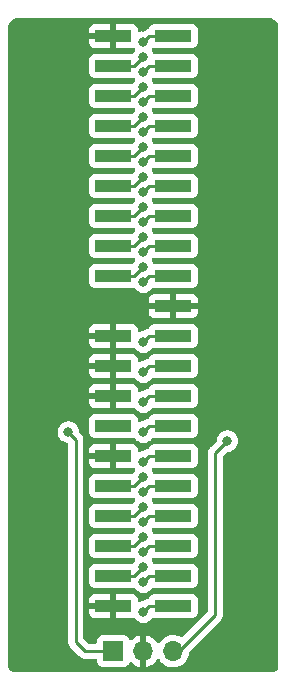
<source format=gbr>
%TF.GenerationSoftware,KiCad,Pcbnew,(6.0.4-0)*%
%TF.CreationDate,2022-11-11T17:00:16-07:00*%
%TF.ProjectId,ide_cable_select_switch,6964655f-6361-4626-9c65-5f73656c6563,rev?*%
%TF.SameCoordinates,Original*%
%TF.FileFunction,Copper,L2,Bot*%
%TF.FilePolarity,Positive*%
%FSLAX46Y46*%
G04 Gerber Fmt 4.6, Leading zero omitted, Abs format (unit mm)*
G04 Created by KiCad (PCBNEW (6.0.4-0)) date 2022-11-11 17:00:16*
%MOMM*%
%LPD*%
G01*
G04 APERTURE LIST*
%TA.AperFunction,ComponentPad*%
%ADD10R,1.700000X1.700000*%
%TD*%
%TA.AperFunction,ComponentPad*%
%ADD11O,1.700000X1.700000*%
%TD*%
%TA.AperFunction,SMDPad,CuDef*%
%ADD12R,3.150000X1.000000*%
%TD*%
%TA.AperFunction,ViaPad*%
%ADD13C,0.800000*%
%TD*%
%TA.AperFunction,Conductor*%
%ADD14C,0.250000*%
%TD*%
G04 APERTURE END LIST*
D10*
%TO.P,SW1,1,A*%
%TO.N,CSEL_OUT_A*%
X152400000Y-112522000D03*
D11*
%TO.P,SW1,2,B*%
%TO.N,GND*%
X154940000Y-112522000D03*
%TO.P,SW1,3,C*%
%TO.N,CSEL_OUT_B*%
X157480000Y-112522000D03*
%TD*%
D12*
%TO.P,J1,1,Pin_1*%
%TO.N,RESET*%
X157465000Y-60452000D03*
%TO.P,J1,2,Pin_2*%
%TO.N,GND*%
X152415000Y-60452000D03*
%TO.P,J1,3,Pin_3*%
%TO.N,DB7*%
X157465000Y-62992000D03*
%TO.P,J1,4,Pin_4*%
%TO.N,DB8*%
X152415000Y-62992000D03*
%TO.P,J1,5,Pin_5*%
%TO.N,DB6*%
X157465000Y-65532000D03*
%TO.P,J1,6,Pin_6*%
%TO.N,DB9*%
X152415000Y-65532000D03*
%TO.P,J1,7,Pin_7*%
%TO.N,DB5*%
X157465000Y-68072000D03*
%TO.P,J1,8,Pin_8*%
%TO.N,DB10*%
X152415000Y-68072000D03*
%TO.P,J1,9,Pin_9*%
%TO.N,DB4*%
X157465000Y-70612000D03*
%TO.P,J1,10,Pin_10*%
%TO.N,DB11*%
X152415000Y-70612000D03*
%TO.P,J1,11,Pin_11*%
%TO.N,DB3*%
X157465000Y-73152000D03*
%TO.P,J1,12,Pin_12*%
%TO.N,DB12*%
X152415000Y-73152000D03*
%TO.P,J1,13,Pin_13*%
%TO.N,DB2*%
X157465000Y-75692000D03*
%TO.P,J1,14,Pin_14*%
%TO.N,DB13*%
X152415000Y-75692000D03*
%TO.P,J1,15,Pin_15*%
%TO.N,DB1*%
X157465000Y-78232000D03*
%TO.P,J1,16,Pin_16*%
%TO.N,DB14*%
X152415000Y-78232000D03*
%TO.P,J1,17,Pin_17*%
%TO.N,DB0*%
X157465000Y-80772000D03*
%TO.P,J1,18,Pin_18*%
%TO.N,DB15*%
X152415000Y-80772000D03*
%TO.P,J1,19,Pin_19*%
%TO.N,GND*%
X157465000Y-83312000D03*
%TO.P,J1,21,Pin_21*%
%TO.N,DRQ3*%
X157465000Y-85852000D03*
%TO.P,J1,22,Pin_22*%
%TO.N,GND*%
X152415000Y-85852000D03*
%TO.P,J1,23,Pin_23*%
%TO.N,IOW*%
X157465000Y-88392000D03*
%TO.P,J1,24,Pin_24*%
%TO.N,GND*%
X152415000Y-88392000D03*
%TO.P,J1,25,Pin_25*%
%TO.N,IOR*%
X157465000Y-90932000D03*
%TO.P,J1,26,Pin_26*%
%TO.N,GND*%
X152415000Y-90932000D03*
%TO.P,J1,27,Pin_27*%
%TO.N,IO_CH_RDY*%
X157465000Y-93472000D03*
%TO.P,J1,28,Pin_28*%
%TO.N,CSEL_IN*%
X152415000Y-93472000D03*
%TO.P,J1,29,Pin_29*%
%TO.N,DACK3*%
X157465000Y-96012000D03*
%TO.P,J1,30,Pin_30*%
%TO.N,GND*%
X152415000Y-96012000D03*
%TO.P,J1,31,Pin_31*%
%TO.N,IRQ14*%
X157465000Y-98552000D03*
%TO.P,J1,32,Pin_32*%
%TO.N,RESERVED*%
X152415000Y-98552000D03*
%TO.P,J1,33,Pin_33*%
%TO.N,ADDRESS_BIT_1*%
X157465000Y-101092000D03*
%TO.P,J1,34,Pin_34*%
%TO.N,PDIAG*%
X152415000Y-101092000D03*
%TO.P,J1,35,Pin_35*%
%TO.N,ADDRESS_BIT_0*%
X157465000Y-103632000D03*
%TO.P,J1,36,Pin_36*%
%TO.N,ADDRESS_BIT_2*%
X152415000Y-103632000D03*
%TO.P,J1,37,Pin_37*%
%TO.N,CS1FX*%
X157465000Y-106172000D03*
%TO.P,J1,38,Pin_38*%
%TO.N,CS3FX*%
X152415000Y-106172000D03*
%TO.P,J1,39,Pin_39*%
%TO.N,DA_SP*%
X157465000Y-108712000D03*
%TO.P,J1,40,Pin_40*%
%TO.N,GND*%
X152415000Y-108712000D03*
%TD*%
D13*
%TO.N,RESET*%
X154940000Y-60960000D03*
%TO.N,GND*%
X154940000Y-83820000D03*
X154940000Y-59690000D03*
%TO.N,DB7*%
X154940000Y-63500000D03*
%TO.N,DB8*%
X154940000Y-62230000D03*
%TO.N,DB6*%
X154940000Y-66040000D03*
%TO.N,DB9*%
X154940000Y-64770000D03*
%TO.N,DB5*%
X154940000Y-68580000D03*
%TO.N,DB10*%
X154940000Y-67310000D03*
%TO.N,DB4*%
X154940000Y-71120000D03*
%TO.N,DB11*%
X154940000Y-69850000D03*
%TO.N,DB3*%
X154940000Y-73660000D03*
%TO.N,DB12*%
X154940000Y-72390000D03*
%TO.N,DB2*%
X154940000Y-76200000D03*
%TO.N,DB13*%
X154940000Y-74930000D03*
%TO.N,DB1*%
X154940000Y-78740000D03*
%TO.N,DB14*%
X154940000Y-77470000D03*
%TO.N,DB0*%
X154940000Y-81280000D03*
%TO.N,DB15*%
X154940000Y-80010000D03*
%TO.N,DRQ3*%
X154940000Y-86360000D03*
%TO.N,IOW*%
X154940000Y-88900000D03*
%TO.N,IOR*%
X154940000Y-91440000D03*
%TO.N,IO_CH_RDY*%
X154940000Y-93980000D03*
%TO.N,DACK3*%
X154940000Y-96520000D03*
%TO.N,IRQ14*%
X154940000Y-99060000D03*
%TO.N,RESERVED*%
X154940000Y-97790000D03*
%TO.N,ADDRESS_BIT_1*%
X154940000Y-101600000D03*
%TO.N,PDIAG*%
X154940000Y-100330000D03*
%TO.N,ADDRESS_BIT_0*%
X154940000Y-104140000D03*
%TO.N,ADDRESS_BIT_2*%
X154940000Y-102870000D03*
%TO.N,CS1FX*%
X154940000Y-106680000D03*
%TO.N,CS3FX*%
X154940000Y-105410000D03*
%TO.N,DA_SP*%
X154940000Y-109220000D03*
%TO.N,CSEL_OUT_A*%
X148590000Y-93980000D03*
%TO.N,CSEL_OUT_B*%
X162052000Y-94742000D03*
%TD*%
D14*
%TO.N,CSEL_OUT_A*%
X149225000Y-111760000D02*
X149987000Y-112522000D01*
X148590000Y-93980000D02*
X149225000Y-94615000D01*
X149225000Y-94615000D02*
X149225000Y-111760000D01*
X149987000Y-112522000D02*
X152400000Y-112522000D01*
%TO.N,CSEL_OUT_B*%
X162052000Y-94742000D02*
X161036000Y-95758000D01*
X161036000Y-95758000D02*
X161036000Y-109474000D01*
X161036000Y-109474000D02*
X157988000Y-112522000D01*
X157988000Y-112522000D02*
X157480000Y-112522000D01*
%TO.N,RESET*%
X157465000Y-60452000D02*
X155448000Y-60452000D01*
X155448000Y-60452000D02*
X154940000Y-60960000D01*
%TO.N,DB7*%
X157465000Y-62992000D02*
X155448000Y-62992000D01*
X155448000Y-62992000D02*
X154940000Y-63500000D01*
%TO.N,DB8*%
X154178000Y-62992000D02*
X154940000Y-62230000D01*
X152415000Y-62992000D02*
X154178000Y-62992000D01*
%TO.N,DB6*%
X157465000Y-65532000D02*
X155448000Y-65532000D01*
X155448000Y-65532000D02*
X154940000Y-66040000D01*
%TO.N,DB9*%
X152415000Y-65532000D02*
X154178000Y-65532000D01*
X154178000Y-65532000D02*
X154940000Y-64770000D01*
%TO.N,DB5*%
X157465000Y-68072000D02*
X155448000Y-68072000D01*
X155448000Y-68072000D02*
X154940000Y-68580000D01*
%TO.N,DB10*%
X154178000Y-68072000D02*
X154940000Y-67310000D01*
X152415000Y-68072000D02*
X154178000Y-68072000D01*
%TO.N,DB4*%
X157465000Y-70612000D02*
X155448000Y-70612000D01*
X155448000Y-70612000D02*
X154940000Y-71120000D01*
%TO.N,DB11*%
X152415000Y-70612000D02*
X154178000Y-70612000D01*
X154178000Y-70612000D02*
X154940000Y-69850000D01*
%TO.N,DB3*%
X157465000Y-73152000D02*
X155448000Y-73152000D01*
X155448000Y-73152000D02*
X154940000Y-73660000D01*
%TO.N,DB12*%
X154178000Y-73152000D02*
X154940000Y-72390000D01*
X152415000Y-73152000D02*
X154178000Y-73152000D01*
%TO.N,DB2*%
X157465000Y-75692000D02*
X155448000Y-75692000D01*
X155448000Y-75692000D02*
X154940000Y-76200000D01*
%TO.N,DB13*%
X154178000Y-75692000D02*
X154940000Y-74930000D01*
X152415000Y-75692000D02*
X154178000Y-75692000D01*
%TO.N,DB1*%
X157465000Y-78232000D02*
X155448000Y-78232000D01*
X155448000Y-78232000D02*
X154940000Y-78740000D01*
%TO.N,DB14*%
X152415000Y-78232000D02*
X154178000Y-78232000D01*
X154178000Y-78232000D02*
X154940000Y-77470000D01*
%TO.N,DB0*%
X157465000Y-80772000D02*
X155448000Y-80772000D01*
X155448000Y-80772000D02*
X154940000Y-81280000D01*
%TO.N,DB15*%
X152415000Y-80772000D02*
X154178000Y-80772000D01*
X154178000Y-80772000D02*
X154940000Y-80010000D01*
%TO.N,DRQ3*%
X155448000Y-85852000D02*
X154940000Y-86360000D01*
X157465000Y-85852000D02*
X155448000Y-85852000D01*
%TO.N,IOW*%
X157465000Y-88392000D02*
X155448000Y-88392000D01*
X155448000Y-88392000D02*
X154940000Y-88900000D01*
%TO.N,IOR*%
X157465000Y-90932000D02*
X155448000Y-90932000D01*
X155448000Y-90932000D02*
X154940000Y-91440000D01*
%TO.N,IO_CH_RDY*%
X155448000Y-93472000D02*
X154940000Y-93980000D01*
X157465000Y-93472000D02*
X155448000Y-93472000D01*
%TO.N,DACK3*%
X157465000Y-96012000D02*
X155448000Y-96012000D01*
X155448000Y-96012000D02*
X154940000Y-96520000D01*
%TO.N,IRQ14*%
X155448000Y-98552000D02*
X154940000Y-99060000D01*
X157465000Y-98552000D02*
X155448000Y-98552000D01*
%TO.N,RESERVED*%
X154178000Y-98552000D02*
X154940000Y-97790000D01*
X152415000Y-98552000D02*
X154178000Y-98552000D01*
%TO.N,ADDRESS_BIT_1*%
X155448000Y-101092000D02*
X154940000Y-101600000D01*
X157465000Y-101092000D02*
X155448000Y-101092000D01*
%TO.N,PDIAG*%
X154178000Y-101092000D02*
X154940000Y-100330000D01*
X152415000Y-101092000D02*
X154178000Y-101092000D01*
%TO.N,ADDRESS_BIT_0*%
X157465000Y-103632000D02*
X155448000Y-103632000D01*
X155448000Y-103632000D02*
X154940000Y-104140000D01*
%TO.N,ADDRESS_BIT_2*%
X154178000Y-103632000D02*
X154940000Y-102870000D01*
X152415000Y-103632000D02*
X154178000Y-103632000D01*
%TO.N,CS1FX*%
X155448000Y-106172000D02*
X154940000Y-106680000D01*
X157465000Y-106172000D02*
X155448000Y-106172000D01*
%TO.N,CS3FX*%
X154178000Y-106172000D02*
X154940000Y-105410000D01*
X152415000Y-106172000D02*
X154178000Y-106172000D01*
%TO.N,DA_SP*%
X157465000Y-108712000D02*
X155448000Y-108712000D01*
X155448000Y-108712000D02*
X154940000Y-109220000D01*
%TD*%
%TA.AperFunction,Conductor*%
%TO.N,GND*%
G36*
X165578018Y-58930000D02*
G01*
X165592852Y-58932310D01*
X165592855Y-58932310D01*
X165601724Y-58933691D01*
X165611659Y-58932392D01*
X165612746Y-58932250D01*
X165641431Y-58931793D01*
X165714741Y-58939013D01*
X165744212Y-58941916D01*
X165768432Y-58946733D01*
X165887546Y-58982866D01*
X165910355Y-58992315D01*
X166020124Y-59050987D01*
X166040655Y-59064705D01*
X166136876Y-59143671D01*
X166154329Y-59161124D01*
X166233295Y-59257345D01*
X166247013Y-59277876D01*
X166305685Y-59387645D01*
X166315134Y-59410454D01*
X166351267Y-59529568D01*
X166356084Y-59553789D01*
X166365541Y-59649809D01*
X166365091Y-59665868D01*
X166365800Y-59665877D01*
X166365690Y-59674853D01*
X166364309Y-59683724D01*
X166365473Y-59692626D01*
X166365473Y-59692628D01*
X166368436Y-59715283D01*
X166369500Y-59731621D01*
X166369500Y-113742633D01*
X166368000Y-113762018D01*
X166364309Y-113785724D01*
X166365473Y-113794626D01*
X166365489Y-113794750D01*
X166365760Y-113825192D01*
X166365310Y-113829185D01*
X166358365Y-113890825D01*
X166352088Y-113918327D01*
X166323930Y-113998798D01*
X166311690Y-114024215D01*
X166266330Y-114096404D01*
X166248738Y-114118462D01*
X166188462Y-114178738D01*
X166166404Y-114196330D01*
X166094215Y-114241690D01*
X166068798Y-114253930D01*
X165988327Y-114282088D01*
X165960824Y-114288365D01*
X165901774Y-114295018D01*
X165886132Y-114294923D01*
X165886121Y-114295800D01*
X165877149Y-114295690D01*
X165868276Y-114294309D01*
X165859374Y-114295473D01*
X165859372Y-114295473D01*
X165848385Y-114296910D01*
X165836714Y-114298436D01*
X165820379Y-114299500D01*
X144067367Y-114299500D01*
X144047982Y-114298000D01*
X144033148Y-114295690D01*
X144033145Y-114295690D01*
X144024276Y-114294309D01*
X144015374Y-114295473D01*
X144015250Y-114295489D01*
X143984808Y-114295760D01*
X143952988Y-114292175D01*
X143919175Y-114288365D01*
X143891673Y-114282088D01*
X143811202Y-114253930D01*
X143785785Y-114241690D01*
X143713596Y-114196330D01*
X143691538Y-114178738D01*
X143631262Y-114118462D01*
X143613670Y-114096404D01*
X143568310Y-114024215D01*
X143556070Y-113998798D01*
X143527912Y-113918327D01*
X143521635Y-113890826D01*
X143519937Y-113875757D01*
X143515170Y-113833450D01*
X143514889Y-113808639D01*
X143515577Y-113804552D01*
X143515730Y-113792000D01*
X143511774Y-113764376D01*
X143510501Y-113746514D01*
X143510501Y-93980000D01*
X147676496Y-93980000D01*
X147677186Y-93986565D01*
X147684826Y-94059251D01*
X147696458Y-94169928D01*
X147755473Y-94351556D01*
X147850960Y-94516944D01*
X147855378Y-94521851D01*
X147855379Y-94521852D01*
X147882589Y-94552072D01*
X147978747Y-94658866D01*
X148059163Y-94717292D01*
X148102207Y-94748565D01*
X148133248Y-94771118D01*
X148139276Y-94773802D01*
X148139278Y-94773803D01*
X148301681Y-94846109D01*
X148307712Y-94848794D01*
X148491698Y-94887902D01*
X148554170Y-94921629D01*
X148588492Y-94983779D01*
X148591500Y-95011148D01*
X148591500Y-111681233D01*
X148590973Y-111692416D01*
X148589298Y-111699909D01*
X148589547Y-111707835D01*
X148589547Y-111707836D01*
X148591438Y-111767986D01*
X148591500Y-111771945D01*
X148591500Y-111799856D01*
X148591997Y-111803790D01*
X148591997Y-111803791D01*
X148592005Y-111803856D01*
X148592938Y-111815693D01*
X148594327Y-111859889D01*
X148599978Y-111879339D01*
X148603987Y-111898700D01*
X148606526Y-111918797D01*
X148609445Y-111926168D01*
X148609445Y-111926170D01*
X148622804Y-111959912D01*
X148626649Y-111971142D01*
X148638982Y-112013593D01*
X148643015Y-112020412D01*
X148643017Y-112020417D01*
X148649293Y-112031028D01*
X148657988Y-112048776D01*
X148665448Y-112067617D01*
X148670110Y-112074033D01*
X148670110Y-112074034D01*
X148691436Y-112103387D01*
X148697952Y-112113307D01*
X148720458Y-112151362D01*
X148734779Y-112165683D01*
X148747619Y-112180716D01*
X148759528Y-112197107D01*
X148791413Y-112223484D01*
X148793593Y-112225288D01*
X148802374Y-112233278D01*
X149483353Y-112914258D01*
X149490887Y-112922537D01*
X149495000Y-112929018D01*
X149544651Y-112975643D01*
X149547493Y-112978398D01*
X149567230Y-112998135D01*
X149570427Y-113000615D01*
X149579447Y-113008318D01*
X149611679Y-113038586D01*
X149618625Y-113042405D01*
X149618628Y-113042407D01*
X149629434Y-113048348D01*
X149645953Y-113059199D01*
X149661959Y-113071614D01*
X149669228Y-113074759D01*
X149669232Y-113074762D01*
X149702537Y-113089174D01*
X149713187Y-113094391D01*
X149751940Y-113115695D01*
X149759615Y-113117666D01*
X149759616Y-113117666D01*
X149771562Y-113120733D01*
X149790267Y-113127137D01*
X149808855Y-113135181D01*
X149816678Y-113136420D01*
X149816688Y-113136423D01*
X149852524Y-113142099D01*
X149864144Y-113144505D01*
X149899289Y-113153528D01*
X149906970Y-113155500D01*
X149927224Y-113155500D01*
X149946934Y-113157051D01*
X149966943Y-113160220D01*
X149974835Y-113159474D01*
X150010961Y-113156059D01*
X150022819Y-113155500D01*
X150915500Y-113155500D01*
X150983621Y-113175502D01*
X151030114Y-113229158D01*
X151041500Y-113281500D01*
X151041500Y-113420134D01*
X151048255Y-113482316D01*
X151099385Y-113618705D01*
X151186739Y-113735261D01*
X151303295Y-113822615D01*
X151439684Y-113873745D01*
X151501866Y-113880500D01*
X153298134Y-113880500D01*
X153360316Y-113873745D01*
X153496705Y-113822615D01*
X153613261Y-113735261D01*
X153700615Y-113618705D01*
X153744798Y-113500848D01*
X153787440Y-113444084D01*
X153854001Y-113419384D01*
X153923350Y-113434592D01*
X153958017Y-113462580D01*
X153983218Y-113491673D01*
X153990580Y-113498883D01*
X154154434Y-113634916D01*
X154162881Y-113640831D01*
X154346756Y-113748279D01*
X154356042Y-113752729D01*
X154555001Y-113828703D01*
X154564899Y-113831579D01*
X154668250Y-113852606D01*
X154682299Y-113851410D01*
X154686000Y-113841065D01*
X154686000Y-113840517D01*
X155194000Y-113840517D01*
X155198064Y-113854359D01*
X155211478Y-113856393D01*
X155218184Y-113855534D01*
X155228262Y-113853392D01*
X155432255Y-113792191D01*
X155441842Y-113788433D01*
X155633095Y-113694739D01*
X155641945Y-113689464D01*
X155815328Y-113565792D01*
X155823200Y-113559139D01*
X155974052Y-113408812D01*
X155980730Y-113400965D01*
X156108022Y-113223819D01*
X156109279Y-113224722D01*
X156156373Y-113181362D01*
X156226311Y-113169145D01*
X156291751Y-113196678D01*
X156319579Y-113228511D01*
X156337310Y-113257445D01*
X156379987Y-113327088D01*
X156526250Y-113495938D01*
X156698126Y-113638632D01*
X156891000Y-113751338D01*
X157099692Y-113831030D01*
X157104760Y-113832061D01*
X157104763Y-113832062D01*
X157199862Y-113851410D01*
X157318597Y-113875567D01*
X157323772Y-113875757D01*
X157323774Y-113875757D01*
X157536673Y-113883564D01*
X157536677Y-113883564D01*
X157541837Y-113883753D01*
X157546957Y-113883097D01*
X157546959Y-113883097D01*
X157758288Y-113856025D01*
X157758289Y-113856025D01*
X157763416Y-113855368D01*
X157768366Y-113853883D01*
X157972429Y-113792661D01*
X157972434Y-113792659D01*
X157977384Y-113791174D01*
X158177994Y-113692896D01*
X158359860Y-113563173D01*
X158518096Y-113405489D01*
X158648453Y-113224077D01*
X158661995Y-113196678D01*
X158745136Y-113028453D01*
X158745137Y-113028451D01*
X158747430Y-113023811D01*
X158812370Y-112810069D01*
X158839618Y-112603107D01*
X158868341Y-112538180D01*
X158875445Y-112530459D01*
X160140548Y-111265357D01*
X161428253Y-109977652D01*
X161436539Y-109970112D01*
X161443018Y-109966000D01*
X161489644Y-109916348D01*
X161492398Y-109913507D01*
X161512135Y-109893770D01*
X161514615Y-109890573D01*
X161522320Y-109881551D01*
X161547159Y-109855100D01*
X161552586Y-109849321D01*
X161556405Y-109842375D01*
X161556407Y-109842372D01*
X161562348Y-109831566D01*
X161573199Y-109815047D01*
X161580758Y-109805301D01*
X161585614Y-109799041D01*
X161588759Y-109791772D01*
X161588762Y-109791768D01*
X161603174Y-109758463D01*
X161608391Y-109747813D01*
X161629695Y-109709060D01*
X161634733Y-109689437D01*
X161641137Y-109670734D01*
X161646033Y-109659420D01*
X161646033Y-109659419D01*
X161649181Y-109652145D01*
X161650420Y-109644322D01*
X161650423Y-109644312D01*
X161656099Y-109608476D01*
X161658505Y-109596856D01*
X161667528Y-109561711D01*
X161667528Y-109561710D01*
X161669500Y-109554030D01*
X161669500Y-109533776D01*
X161671051Y-109514065D01*
X161672980Y-109501886D01*
X161674220Y-109494057D01*
X161670059Y-109450038D01*
X161669500Y-109438181D01*
X161669500Y-96072595D01*
X161689502Y-96004474D01*
X161706405Y-95983499D01*
X162002501Y-95687404D01*
X162064813Y-95653379D01*
X162091596Y-95650500D01*
X162147487Y-95650500D01*
X162153939Y-95649128D01*
X162153944Y-95649128D01*
X162274398Y-95623524D01*
X162334288Y-95610794D01*
X162340319Y-95608109D01*
X162502722Y-95535803D01*
X162502724Y-95535802D01*
X162508752Y-95533118D01*
X162663253Y-95420866D01*
X162687087Y-95394396D01*
X162786621Y-95283852D01*
X162786622Y-95283851D01*
X162791040Y-95278944D01*
X162886527Y-95113556D01*
X162945542Y-94931928D01*
X162946625Y-94921629D01*
X162964814Y-94748565D01*
X162965504Y-94742000D01*
X162957639Y-94667165D01*
X162946232Y-94558635D01*
X162946232Y-94558633D01*
X162945542Y-94552072D01*
X162886527Y-94370444D01*
X162881310Y-94361407D01*
X162794341Y-94210774D01*
X162791040Y-94205056D01*
X162766583Y-94177893D01*
X162667675Y-94068045D01*
X162667674Y-94068044D01*
X162663253Y-94063134D01*
X162548829Y-93980000D01*
X162514094Y-93954763D01*
X162514093Y-93954762D01*
X162508752Y-93950882D01*
X162502724Y-93948198D01*
X162502722Y-93948197D01*
X162340319Y-93875891D01*
X162340318Y-93875891D01*
X162334288Y-93873206D01*
X162240888Y-93853353D01*
X162153944Y-93834872D01*
X162153939Y-93834872D01*
X162147487Y-93833500D01*
X161956513Y-93833500D01*
X161950061Y-93834872D01*
X161950056Y-93834872D01*
X161863112Y-93853353D01*
X161769712Y-93873206D01*
X161763682Y-93875891D01*
X161763681Y-93875891D01*
X161601278Y-93948197D01*
X161601276Y-93948198D01*
X161595248Y-93950882D01*
X161589907Y-93954762D01*
X161589906Y-93954763D01*
X161555171Y-93980000D01*
X161440747Y-94063134D01*
X161436326Y-94068044D01*
X161436325Y-94068045D01*
X161337418Y-94177893D01*
X161312960Y-94205056D01*
X161309659Y-94210774D01*
X161222691Y-94361407D01*
X161217473Y-94370444D01*
X161158458Y-94552072D01*
X161157768Y-94558633D01*
X161157768Y-94558635D01*
X161141093Y-94717292D01*
X161114080Y-94782949D01*
X161104879Y-94793217D01*
X160839862Y-95058233D01*
X160643742Y-95254353D01*
X160635463Y-95261887D01*
X160628982Y-95266000D01*
X160616827Y-95278944D01*
X160582357Y-95315651D01*
X160579602Y-95318493D01*
X160559865Y-95338230D01*
X160557385Y-95341427D01*
X160549682Y-95350447D01*
X160519414Y-95382679D01*
X160515595Y-95389625D01*
X160515593Y-95389628D01*
X160509652Y-95400434D01*
X160498801Y-95416953D01*
X160486386Y-95432959D01*
X160483241Y-95440228D01*
X160483238Y-95440232D01*
X160468826Y-95473537D01*
X160463609Y-95484187D01*
X160442305Y-95522940D01*
X160440334Y-95530615D01*
X160440334Y-95530616D01*
X160437267Y-95542562D01*
X160430863Y-95561266D01*
X160422819Y-95579855D01*
X160421580Y-95587678D01*
X160421577Y-95587688D01*
X160415901Y-95623524D01*
X160413495Y-95635144D01*
X160404472Y-95670289D01*
X160402500Y-95677970D01*
X160402500Y-95698224D01*
X160400949Y-95717934D01*
X160397780Y-95737943D01*
X160398526Y-95745835D01*
X160401941Y-95781961D01*
X160402500Y-95793819D01*
X160402500Y-109159406D01*
X160382498Y-109227527D01*
X160365595Y-109248501D01*
X158296954Y-111317141D01*
X158234642Y-111351167D01*
X158163826Y-111346102D01*
X158146965Y-111338354D01*
X158043320Y-111281139D01*
X158043318Y-111281138D01*
X158038789Y-111278638D01*
X158033920Y-111276914D01*
X158033916Y-111276912D01*
X157833087Y-111205795D01*
X157833083Y-111205794D01*
X157828212Y-111204069D01*
X157823119Y-111203162D01*
X157823116Y-111203161D01*
X157613373Y-111165800D01*
X157613367Y-111165799D01*
X157608284Y-111164894D01*
X157534452Y-111163992D01*
X157390081Y-111162228D01*
X157390079Y-111162228D01*
X157384911Y-111162165D01*
X157164091Y-111195955D01*
X156951756Y-111265357D01*
X156878757Y-111303358D01*
X156796647Y-111346102D01*
X156753607Y-111368507D01*
X156749474Y-111371610D01*
X156749471Y-111371612D01*
X156579100Y-111499530D01*
X156574965Y-111502635D01*
X156420629Y-111664138D01*
X156417715Y-111668410D01*
X156417714Y-111668411D01*
X156400877Y-111693093D01*
X156321293Y-111809760D01*
X156312898Y-111822066D01*
X156257987Y-111867069D01*
X156187462Y-111875240D01*
X156123715Y-111843986D01*
X156103018Y-111819502D01*
X156022426Y-111694926D01*
X156016136Y-111686757D01*
X155872806Y-111529240D01*
X155865273Y-111522215D01*
X155698139Y-111390222D01*
X155689552Y-111384517D01*
X155503117Y-111281599D01*
X155493705Y-111277369D01*
X155292959Y-111206280D01*
X155282988Y-111203646D01*
X155211837Y-111190972D01*
X155198540Y-111192432D01*
X155194000Y-111206989D01*
X155194000Y-113840517D01*
X154686000Y-113840517D01*
X154686000Y-111205102D01*
X154682082Y-111191758D01*
X154667806Y-111189771D01*
X154629324Y-111195660D01*
X154619288Y-111198051D01*
X154416868Y-111264212D01*
X154407359Y-111268209D01*
X154218463Y-111366542D01*
X154209738Y-111372036D01*
X154039433Y-111499905D01*
X154031726Y-111506748D01*
X153954478Y-111587584D01*
X153892954Y-111623014D01*
X153822042Y-111619557D01*
X153764255Y-111578311D01*
X153745402Y-111544763D01*
X153703767Y-111433703D01*
X153700615Y-111425295D01*
X153613261Y-111308739D01*
X153496705Y-111221385D01*
X153360316Y-111170255D01*
X153298134Y-111163500D01*
X151501866Y-111163500D01*
X151439684Y-111170255D01*
X151303295Y-111221385D01*
X151186739Y-111308739D01*
X151099385Y-111425295D01*
X151048255Y-111561684D01*
X151041500Y-111623866D01*
X151041500Y-111762500D01*
X151021498Y-111830621D01*
X150967842Y-111877114D01*
X150915500Y-111888500D01*
X150301595Y-111888500D01*
X150233474Y-111868498D01*
X150212499Y-111851595D01*
X149895404Y-111534499D01*
X149861379Y-111472187D01*
X149858500Y-111445404D01*
X149858500Y-109256669D01*
X150332001Y-109256669D01*
X150332371Y-109263490D01*
X150337895Y-109314352D01*
X150341521Y-109329604D01*
X150386676Y-109450054D01*
X150395214Y-109465649D01*
X150471715Y-109567724D01*
X150484276Y-109580285D01*
X150586351Y-109656786D01*
X150601946Y-109665324D01*
X150722394Y-109710478D01*
X150737649Y-109714105D01*
X150788514Y-109719631D01*
X150795328Y-109720000D01*
X152142885Y-109720000D01*
X152158124Y-109715525D01*
X152159329Y-109714135D01*
X152161000Y-109706452D01*
X152161000Y-109701884D01*
X152669000Y-109701884D01*
X152673475Y-109717123D01*
X152674865Y-109718328D01*
X152682548Y-109719999D01*
X154034669Y-109719999D01*
X154041488Y-109719630D01*
X154092348Y-109714105D01*
X154162230Y-109726634D01*
X154199532Y-109758230D01*
X154200960Y-109756944D01*
X154324159Y-109893770D01*
X154328747Y-109898866D01*
X154483248Y-110011118D01*
X154489276Y-110013802D01*
X154489278Y-110013803D01*
X154651681Y-110086109D01*
X154657712Y-110088794D01*
X154751113Y-110108647D01*
X154838056Y-110127128D01*
X154838061Y-110127128D01*
X154844513Y-110128500D01*
X155035487Y-110128500D01*
X155041939Y-110127128D01*
X155041944Y-110127128D01*
X155128887Y-110108647D01*
X155222288Y-110088794D01*
X155228319Y-110086109D01*
X155390722Y-110013803D01*
X155390724Y-110013802D01*
X155396752Y-110011118D01*
X155551253Y-109898866D01*
X155555842Y-109893770D01*
X155679040Y-109756944D01*
X155680966Y-109758678D01*
X155728019Y-109722412D01*
X155787313Y-109714574D01*
X155838467Y-109720131D01*
X155838471Y-109720131D01*
X155841866Y-109720500D01*
X159088134Y-109720500D01*
X159150316Y-109713745D01*
X159286705Y-109662615D01*
X159403261Y-109575261D01*
X159490615Y-109458705D01*
X159541745Y-109322316D01*
X159548500Y-109260134D01*
X159548500Y-108163866D01*
X159541745Y-108101684D01*
X159490615Y-107965295D01*
X159403261Y-107848739D01*
X159286705Y-107761385D01*
X159150316Y-107710255D01*
X159088134Y-107703500D01*
X155841866Y-107703500D01*
X155779684Y-107710255D01*
X155643295Y-107761385D01*
X155526739Y-107848739D01*
X155521358Y-107855919D01*
X155444767Y-107958113D01*
X155444765Y-107958116D01*
X155439385Y-107965295D01*
X155436234Y-107973699D01*
X155436234Y-107973700D01*
X155423899Y-108006604D01*
X155381258Y-108063369D01*
X155341064Y-108083374D01*
X155332327Y-108085912D01*
X155328654Y-108086979D01*
X155309306Y-108090986D01*
X155297068Y-108092532D01*
X155297066Y-108092533D01*
X155289203Y-108093526D01*
X155248086Y-108109806D01*
X155236885Y-108113641D01*
X155194406Y-108125982D01*
X155187587Y-108130015D01*
X155187582Y-108130017D01*
X155176971Y-108136293D01*
X155159221Y-108144990D01*
X155140383Y-108152448D01*
X155133967Y-108157109D01*
X155133966Y-108157110D01*
X155104625Y-108178428D01*
X155094701Y-108184947D01*
X155063460Y-108203422D01*
X155063455Y-108203426D01*
X155056637Y-108207458D01*
X155042313Y-108221782D01*
X155027281Y-108234621D01*
X155010893Y-108246528D01*
X155005842Y-108252634D01*
X154994936Y-108265817D01*
X154936102Y-108305554D01*
X154897852Y-108311500D01*
X154844513Y-108311500D01*
X154838061Y-108312872D01*
X154838056Y-108312872D01*
X154664171Y-108349833D01*
X154657712Y-108351206D01*
X154657538Y-108350389D01*
X154591966Y-108352261D01*
X154531169Y-108315598D01*
X154499844Y-108251885D01*
X154497999Y-108230401D01*
X154497999Y-108167331D01*
X154497629Y-108160510D01*
X154492105Y-108109648D01*
X154488479Y-108094396D01*
X154443324Y-107973946D01*
X154434786Y-107958351D01*
X154358285Y-107856276D01*
X154345724Y-107843715D01*
X154243649Y-107767214D01*
X154228054Y-107758676D01*
X154107606Y-107713522D01*
X154092351Y-107709895D01*
X154041486Y-107704369D01*
X154034672Y-107704000D01*
X152687115Y-107704000D01*
X152671876Y-107708475D01*
X152670671Y-107709865D01*
X152669000Y-107717548D01*
X152669000Y-109701884D01*
X152161000Y-109701884D01*
X152161000Y-108984115D01*
X152156525Y-108968876D01*
X152155135Y-108967671D01*
X152147452Y-108966000D01*
X150350116Y-108966000D01*
X150334877Y-108970475D01*
X150333672Y-108971865D01*
X150332001Y-108979548D01*
X150332001Y-109256669D01*
X149858500Y-109256669D01*
X149858500Y-108439885D01*
X150332000Y-108439885D01*
X150336475Y-108455124D01*
X150337865Y-108456329D01*
X150345548Y-108458000D01*
X152142885Y-108458000D01*
X152158124Y-108453525D01*
X152159329Y-108452135D01*
X152161000Y-108444452D01*
X152161000Y-107722116D01*
X152156525Y-107706877D01*
X152155135Y-107705672D01*
X152147452Y-107704001D01*
X150795331Y-107704001D01*
X150788510Y-107704371D01*
X150737648Y-107709895D01*
X150722396Y-107713521D01*
X150601946Y-107758676D01*
X150586351Y-107767214D01*
X150484276Y-107843715D01*
X150471715Y-107856276D01*
X150395214Y-107958351D01*
X150386676Y-107973946D01*
X150341522Y-108094394D01*
X150337895Y-108109649D01*
X150332369Y-108160514D01*
X150332000Y-108167328D01*
X150332000Y-108439885D01*
X149858500Y-108439885D01*
X149858500Y-106720134D01*
X150331500Y-106720134D01*
X150338255Y-106782316D01*
X150389385Y-106918705D01*
X150476739Y-107035261D01*
X150593295Y-107122615D01*
X150729684Y-107173745D01*
X150791866Y-107180500D01*
X154038134Y-107180500D01*
X154041529Y-107180131D01*
X154041533Y-107180131D01*
X154092687Y-107174574D01*
X154162569Y-107187102D01*
X154199433Y-107218319D01*
X154200960Y-107216944D01*
X154328747Y-107358866D01*
X154483248Y-107471118D01*
X154489276Y-107473802D01*
X154489278Y-107473803D01*
X154651681Y-107546109D01*
X154657712Y-107548794D01*
X154751113Y-107568647D01*
X154838056Y-107587128D01*
X154838061Y-107587128D01*
X154844513Y-107588500D01*
X155035487Y-107588500D01*
X155041939Y-107587128D01*
X155041944Y-107587128D01*
X155128888Y-107568647D01*
X155222288Y-107548794D01*
X155228319Y-107546109D01*
X155390722Y-107473803D01*
X155390724Y-107473802D01*
X155396752Y-107471118D01*
X155551253Y-107358866D01*
X155679040Y-107216944D01*
X155680966Y-107218678D01*
X155728019Y-107182412D01*
X155787313Y-107174574D01*
X155838467Y-107180131D01*
X155838471Y-107180131D01*
X155841866Y-107180500D01*
X159088134Y-107180500D01*
X159150316Y-107173745D01*
X159286705Y-107122615D01*
X159403261Y-107035261D01*
X159490615Y-106918705D01*
X159541745Y-106782316D01*
X159548500Y-106720134D01*
X159548500Y-105623866D01*
X159541745Y-105561684D01*
X159490615Y-105425295D01*
X159403261Y-105308739D01*
X159286705Y-105221385D01*
X159150316Y-105170255D01*
X159088134Y-105163500D01*
X155906704Y-105163500D01*
X155838583Y-105143498D01*
X155792090Y-105089842D01*
X155786871Y-105076435D01*
X155776570Y-105044731D01*
X155776569Y-105044729D01*
X155774527Y-105038444D01*
X155679040Y-104873056D01*
X155666662Y-104859309D01*
X155635946Y-104795303D01*
X155644710Y-104724850D01*
X155666661Y-104690693D01*
X155679040Y-104676944D01*
X155679040Y-104676943D01*
X155680967Y-104678678D01*
X155728019Y-104642412D01*
X155787313Y-104634574D01*
X155838467Y-104640131D01*
X155838471Y-104640131D01*
X155841866Y-104640500D01*
X159088134Y-104640500D01*
X159150316Y-104633745D01*
X159286705Y-104582615D01*
X159403261Y-104495261D01*
X159490615Y-104378705D01*
X159541745Y-104242316D01*
X159548500Y-104180134D01*
X159548500Y-103083866D01*
X159541745Y-103021684D01*
X159490615Y-102885295D01*
X159403261Y-102768739D01*
X159286705Y-102681385D01*
X159150316Y-102630255D01*
X159088134Y-102623500D01*
X155906704Y-102623500D01*
X155838583Y-102603498D01*
X155792090Y-102549842D01*
X155786871Y-102536435D01*
X155776570Y-102504731D01*
X155776569Y-102504729D01*
X155774527Y-102498444D01*
X155679040Y-102333056D01*
X155666662Y-102319309D01*
X155635946Y-102255303D01*
X155644710Y-102184850D01*
X155666661Y-102150693D01*
X155679040Y-102136944D01*
X155679040Y-102136943D01*
X155680967Y-102138678D01*
X155728019Y-102102412D01*
X155787313Y-102094574D01*
X155838467Y-102100131D01*
X155838471Y-102100131D01*
X155841866Y-102100500D01*
X159088134Y-102100500D01*
X159150316Y-102093745D01*
X159286705Y-102042615D01*
X159403261Y-101955261D01*
X159490615Y-101838705D01*
X159541745Y-101702316D01*
X159548500Y-101640134D01*
X159548500Y-100543866D01*
X159541745Y-100481684D01*
X159490615Y-100345295D01*
X159403261Y-100228739D01*
X159286705Y-100141385D01*
X159150316Y-100090255D01*
X159088134Y-100083500D01*
X155906704Y-100083500D01*
X155838583Y-100063498D01*
X155792090Y-100009842D01*
X155786871Y-99996435D01*
X155776570Y-99964731D01*
X155776569Y-99964729D01*
X155774527Y-99958444D01*
X155679040Y-99793056D01*
X155666662Y-99779309D01*
X155635946Y-99715303D01*
X155644710Y-99644850D01*
X155666661Y-99610693D01*
X155679040Y-99596944D01*
X155679040Y-99596943D01*
X155680967Y-99598678D01*
X155728019Y-99562412D01*
X155787313Y-99554574D01*
X155838467Y-99560131D01*
X155838471Y-99560131D01*
X155841866Y-99560500D01*
X159088134Y-99560500D01*
X159150316Y-99553745D01*
X159286705Y-99502615D01*
X159403261Y-99415261D01*
X159490615Y-99298705D01*
X159541745Y-99162316D01*
X159548500Y-99100134D01*
X159548500Y-98003866D01*
X159541745Y-97941684D01*
X159490615Y-97805295D01*
X159403261Y-97688739D01*
X159286705Y-97601385D01*
X159150316Y-97550255D01*
X159088134Y-97543500D01*
X155906704Y-97543500D01*
X155838583Y-97523498D01*
X155792090Y-97469842D01*
X155786871Y-97456435D01*
X155776570Y-97424731D01*
X155776569Y-97424729D01*
X155774527Y-97418444D01*
X155679040Y-97253056D01*
X155666662Y-97239309D01*
X155635946Y-97175303D01*
X155644710Y-97104850D01*
X155666661Y-97070693D01*
X155679040Y-97056944D01*
X155679040Y-97056943D01*
X155680967Y-97058678D01*
X155728019Y-97022412D01*
X155787313Y-97014574D01*
X155838467Y-97020131D01*
X155838471Y-97020131D01*
X155841866Y-97020500D01*
X159088134Y-97020500D01*
X159150316Y-97013745D01*
X159286705Y-96962615D01*
X159403261Y-96875261D01*
X159490615Y-96758705D01*
X159541745Y-96622316D01*
X159548500Y-96560134D01*
X159548500Y-95463866D01*
X159541745Y-95401684D01*
X159490615Y-95265295D01*
X159403261Y-95148739D01*
X159286705Y-95061385D01*
X159150316Y-95010255D01*
X159088134Y-95003500D01*
X155841866Y-95003500D01*
X155779684Y-95010255D01*
X155643295Y-95061385D01*
X155526739Y-95148739D01*
X155521358Y-95155919D01*
X155444767Y-95258113D01*
X155444765Y-95258116D01*
X155439385Y-95265295D01*
X155436234Y-95273699D01*
X155436234Y-95273700D01*
X155423899Y-95306604D01*
X155381258Y-95363369D01*
X155341064Y-95383374D01*
X155332327Y-95385912D01*
X155328654Y-95386979D01*
X155309306Y-95390986D01*
X155297068Y-95392532D01*
X155297066Y-95392533D01*
X155289203Y-95393526D01*
X155248086Y-95409806D01*
X155236885Y-95413641D01*
X155194406Y-95425982D01*
X155187587Y-95430015D01*
X155187582Y-95430017D01*
X155176971Y-95436293D01*
X155159221Y-95444990D01*
X155140383Y-95452448D01*
X155133967Y-95457109D01*
X155133966Y-95457110D01*
X155104625Y-95478428D01*
X155094701Y-95484947D01*
X155063460Y-95503422D01*
X155063455Y-95503426D01*
X155056637Y-95507458D01*
X155042313Y-95521782D01*
X155027281Y-95534621D01*
X155010893Y-95546528D01*
X155005842Y-95552634D01*
X154994936Y-95565817D01*
X154936102Y-95605554D01*
X154897852Y-95611500D01*
X154844513Y-95611500D01*
X154838061Y-95612872D01*
X154838056Y-95612872D01*
X154667488Y-95649128D01*
X154657712Y-95651206D01*
X154657538Y-95650389D01*
X154591966Y-95652261D01*
X154531169Y-95615598D01*
X154499844Y-95551885D01*
X154497999Y-95530401D01*
X154497999Y-95467331D01*
X154497629Y-95460510D01*
X154492105Y-95409648D01*
X154488479Y-95394396D01*
X154443324Y-95273946D01*
X154434786Y-95258351D01*
X154358285Y-95156276D01*
X154345724Y-95143715D01*
X154243649Y-95067214D01*
X154228054Y-95058676D01*
X154107606Y-95013522D01*
X154092351Y-95009895D01*
X154041486Y-95004369D01*
X154034672Y-95004000D01*
X152687115Y-95004000D01*
X152671876Y-95008475D01*
X152670671Y-95009865D01*
X152669000Y-95017548D01*
X152669000Y-97001884D01*
X152673475Y-97017123D01*
X152674865Y-97018328D01*
X152682548Y-97019999D01*
X154034669Y-97019999D01*
X154041488Y-97019630D01*
X154092348Y-97014105D01*
X154162230Y-97026634D01*
X154199531Y-97058230D01*
X154200960Y-97056943D01*
X154200960Y-97056944D01*
X154213338Y-97070691D01*
X154244054Y-97134697D01*
X154235290Y-97205150D01*
X154213339Y-97239307D01*
X154200960Y-97253056D01*
X154105473Y-97418444D01*
X154103431Y-97424729D01*
X154103430Y-97424731D01*
X154093129Y-97456435D01*
X154053056Y-97515041D01*
X153987660Y-97542679D01*
X153973296Y-97543500D01*
X150791866Y-97543500D01*
X150729684Y-97550255D01*
X150593295Y-97601385D01*
X150476739Y-97688739D01*
X150389385Y-97805295D01*
X150338255Y-97941684D01*
X150331500Y-98003866D01*
X150331500Y-99100134D01*
X150338255Y-99162316D01*
X150389385Y-99298705D01*
X150476739Y-99415261D01*
X150593295Y-99502615D01*
X150729684Y-99553745D01*
X150791866Y-99560500D01*
X154038134Y-99560500D01*
X154041529Y-99560131D01*
X154041533Y-99560131D01*
X154092687Y-99554574D01*
X154162569Y-99567102D01*
X154199433Y-99598318D01*
X154200960Y-99596943D01*
X154200960Y-99596944D01*
X154213338Y-99610691D01*
X154244054Y-99674697D01*
X154235290Y-99745150D01*
X154213339Y-99779307D01*
X154200960Y-99793056D01*
X154105473Y-99958444D01*
X154103431Y-99964729D01*
X154103430Y-99964731D01*
X154093129Y-99996435D01*
X154053056Y-100055041D01*
X153987660Y-100082679D01*
X153973296Y-100083500D01*
X150791866Y-100083500D01*
X150729684Y-100090255D01*
X150593295Y-100141385D01*
X150476739Y-100228739D01*
X150389385Y-100345295D01*
X150338255Y-100481684D01*
X150331500Y-100543866D01*
X150331500Y-101640134D01*
X150338255Y-101702316D01*
X150389385Y-101838705D01*
X150476739Y-101955261D01*
X150593295Y-102042615D01*
X150729684Y-102093745D01*
X150791866Y-102100500D01*
X154038134Y-102100500D01*
X154041529Y-102100131D01*
X154041533Y-102100131D01*
X154092687Y-102094574D01*
X154162569Y-102107102D01*
X154199433Y-102138318D01*
X154200960Y-102136943D01*
X154200960Y-102136944D01*
X154213338Y-102150691D01*
X154244054Y-102214697D01*
X154235290Y-102285150D01*
X154213339Y-102319307D01*
X154200960Y-102333056D01*
X154105473Y-102498444D01*
X154103431Y-102504729D01*
X154103430Y-102504731D01*
X154093129Y-102536435D01*
X154053056Y-102595041D01*
X153987660Y-102622679D01*
X153973296Y-102623500D01*
X150791866Y-102623500D01*
X150729684Y-102630255D01*
X150593295Y-102681385D01*
X150476739Y-102768739D01*
X150389385Y-102885295D01*
X150338255Y-103021684D01*
X150331500Y-103083866D01*
X150331500Y-104180134D01*
X150338255Y-104242316D01*
X150389385Y-104378705D01*
X150476739Y-104495261D01*
X150593295Y-104582615D01*
X150729684Y-104633745D01*
X150791866Y-104640500D01*
X154038134Y-104640500D01*
X154041529Y-104640131D01*
X154041533Y-104640131D01*
X154092687Y-104634574D01*
X154162569Y-104647102D01*
X154199433Y-104678318D01*
X154200960Y-104676943D01*
X154200960Y-104676944D01*
X154213338Y-104690691D01*
X154244054Y-104754697D01*
X154235290Y-104825150D01*
X154213339Y-104859307D01*
X154200960Y-104873056D01*
X154105473Y-105038444D01*
X154103431Y-105044729D01*
X154103430Y-105044731D01*
X154093129Y-105076435D01*
X154053056Y-105135041D01*
X153987660Y-105162679D01*
X153973296Y-105163500D01*
X150791866Y-105163500D01*
X150729684Y-105170255D01*
X150593295Y-105221385D01*
X150476739Y-105308739D01*
X150389385Y-105425295D01*
X150338255Y-105561684D01*
X150331500Y-105623866D01*
X150331500Y-106720134D01*
X149858500Y-106720134D01*
X149858500Y-96556669D01*
X150332001Y-96556669D01*
X150332371Y-96563490D01*
X150337895Y-96614352D01*
X150341521Y-96629604D01*
X150386676Y-96750054D01*
X150395214Y-96765649D01*
X150471715Y-96867724D01*
X150484276Y-96880285D01*
X150586351Y-96956786D01*
X150601946Y-96965324D01*
X150722394Y-97010478D01*
X150737649Y-97014105D01*
X150788514Y-97019631D01*
X150795328Y-97020000D01*
X152142885Y-97020000D01*
X152158124Y-97015525D01*
X152159329Y-97014135D01*
X152161000Y-97006452D01*
X152161000Y-96284115D01*
X152156525Y-96268876D01*
X152155135Y-96267671D01*
X152147452Y-96266000D01*
X150350116Y-96266000D01*
X150334877Y-96270475D01*
X150333672Y-96271865D01*
X150332001Y-96279548D01*
X150332001Y-96556669D01*
X149858500Y-96556669D01*
X149858500Y-95739885D01*
X150332000Y-95739885D01*
X150336475Y-95755124D01*
X150337865Y-95756329D01*
X150345548Y-95758000D01*
X152142885Y-95758000D01*
X152158124Y-95753525D01*
X152159329Y-95752135D01*
X152161000Y-95744452D01*
X152161000Y-95022116D01*
X152156525Y-95006877D01*
X152155135Y-95005672D01*
X152147452Y-95004001D01*
X150795331Y-95004001D01*
X150788510Y-95004371D01*
X150737648Y-95009895D01*
X150722396Y-95013521D01*
X150601946Y-95058676D01*
X150586351Y-95067214D01*
X150484276Y-95143715D01*
X150471715Y-95156276D01*
X150395214Y-95258351D01*
X150386676Y-95273946D01*
X150341522Y-95394394D01*
X150337895Y-95409649D01*
X150332369Y-95460514D01*
X150332000Y-95467328D01*
X150332000Y-95739885D01*
X149858500Y-95739885D01*
X149858500Y-94693768D01*
X149859027Y-94682585D01*
X149860702Y-94675092D01*
X149858562Y-94607001D01*
X149858500Y-94603044D01*
X149858500Y-94575144D01*
X149857996Y-94571153D01*
X149857063Y-94559311D01*
X149856639Y-94545794D01*
X149855674Y-94515111D01*
X149850021Y-94495652D01*
X149846012Y-94476293D01*
X149845690Y-94473745D01*
X149843474Y-94456203D01*
X149840558Y-94448837D01*
X149840556Y-94448831D01*
X149827200Y-94415098D01*
X149823355Y-94403868D01*
X149813230Y-94369017D01*
X149813230Y-94369016D01*
X149811019Y-94361407D01*
X149800705Y-94343966D01*
X149792008Y-94326213D01*
X149787472Y-94314758D01*
X149784552Y-94307383D01*
X149758563Y-94271612D01*
X149752047Y-94261692D01*
X149733578Y-94230463D01*
X149729542Y-94223638D01*
X149715221Y-94209317D01*
X149702380Y-94194283D01*
X149695132Y-94184307D01*
X149690472Y-94177893D01*
X149656401Y-94149707D01*
X149647622Y-94141718D01*
X149537122Y-94031218D01*
X149531069Y-94020134D01*
X150331500Y-94020134D01*
X150338255Y-94082316D01*
X150389385Y-94218705D01*
X150476739Y-94335261D01*
X150593295Y-94422615D01*
X150729684Y-94473745D01*
X150791866Y-94480500D01*
X154038134Y-94480500D01*
X154041529Y-94480131D01*
X154041533Y-94480131D01*
X154092687Y-94474574D01*
X154162569Y-94487102D01*
X154199433Y-94518319D01*
X154200960Y-94516944D01*
X154328747Y-94658866D01*
X154409163Y-94717292D01*
X154452207Y-94748565D01*
X154483248Y-94771118D01*
X154489276Y-94773802D01*
X154489278Y-94773803D01*
X154651681Y-94846109D01*
X154657712Y-94848794D01*
X154751113Y-94868647D01*
X154838056Y-94887128D01*
X154838061Y-94887128D01*
X154844513Y-94888500D01*
X155035487Y-94888500D01*
X155041939Y-94887128D01*
X155041944Y-94887128D01*
X155128888Y-94868647D01*
X155222288Y-94848794D01*
X155228319Y-94846109D01*
X155390722Y-94773803D01*
X155390724Y-94773802D01*
X155396752Y-94771118D01*
X155427794Y-94748565D01*
X155470837Y-94717292D01*
X155551253Y-94658866D01*
X155679040Y-94516944D01*
X155680966Y-94518678D01*
X155728019Y-94482412D01*
X155787313Y-94474574D01*
X155838467Y-94480131D01*
X155838471Y-94480131D01*
X155841866Y-94480500D01*
X159088134Y-94480500D01*
X159150316Y-94473745D01*
X159286705Y-94422615D01*
X159403261Y-94335261D01*
X159490615Y-94218705D01*
X159541745Y-94082316D01*
X159548500Y-94020134D01*
X159548500Y-92923866D01*
X159541745Y-92861684D01*
X159490615Y-92725295D01*
X159403261Y-92608739D01*
X159286705Y-92521385D01*
X159150316Y-92470255D01*
X159088134Y-92463500D01*
X155841866Y-92463500D01*
X155779684Y-92470255D01*
X155643295Y-92521385D01*
X155526739Y-92608739D01*
X155521358Y-92615919D01*
X155444767Y-92718113D01*
X155444765Y-92718116D01*
X155439385Y-92725295D01*
X155436234Y-92733699D01*
X155436234Y-92733700D01*
X155423899Y-92766604D01*
X155381258Y-92823369D01*
X155341064Y-92843374D01*
X155332327Y-92845912D01*
X155328654Y-92846979D01*
X155309306Y-92850986D01*
X155297068Y-92852532D01*
X155297066Y-92852533D01*
X155289203Y-92853526D01*
X155248086Y-92869806D01*
X155236885Y-92873641D01*
X155194406Y-92885982D01*
X155187587Y-92890015D01*
X155187582Y-92890017D01*
X155176971Y-92896293D01*
X155159221Y-92904990D01*
X155140383Y-92912448D01*
X155133967Y-92917109D01*
X155133966Y-92917110D01*
X155104625Y-92938428D01*
X155094701Y-92944947D01*
X155063460Y-92963422D01*
X155063455Y-92963426D01*
X155056637Y-92967458D01*
X155042313Y-92981782D01*
X155027281Y-92994621D01*
X155010893Y-93006528D01*
X155005842Y-93012634D01*
X154994936Y-93025817D01*
X154936102Y-93065554D01*
X154897852Y-93071500D01*
X154844513Y-93071500D01*
X154838061Y-93072872D01*
X154838056Y-93072872D01*
X154683373Y-93105752D01*
X154657712Y-93111206D01*
X154657507Y-93110242D01*
X154592464Y-93112097D01*
X154531667Y-93075432D01*
X154500345Y-93011719D01*
X154498500Y-92990238D01*
X154498500Y-92923866D01*
X154491745Y-92861684D01*
X154440615Y-92725295D01*
X154353261Y-92608739D01*
X154236705Y-92521385D01*
X154100316Y-92470255D01*
X154038134Y-92463500D01*
X150791866Y-92463500D01*
X150729684Y-92470255D01*
X150593295Y-92521385D01*
X150476739Y-92608739D01*
X150389385Y-92725295D01*
X150338255Y-92861684D01*
X150331500Y-92923866D01*
X150331500Y-94020134D01*
X149531069Y-94020134D01*
X149503096Y-93968906D01*
X149500907Y-93955293D01*
X149500852Y-93954763D01*
X149488251Y-93834872D01*
X149484232Y-93796635D01*
X149484232Y-93796633D01*
X149483542Y-93790072D01*
X149424527Y-93608444D01*
X149329040Y-93443056D01*
X149201253Y-93301134D01*
X149046752Y-93188882D01*
X149040724Y-93186198D01*
X149040722Y-93186197D01*
X148878319Y-93113891D01*
X148878318Y-93113891D01*
X148872288Y-93111206D01*
X148778887Y-93091353D01*
X148691944Y-93072872D01*
X148691939Y-93072872D01*
X148685487Y-93071500D01*
X148494513Y-93071500D01*
X148488061Y-93072872D01*
X148488056Y-93072872D01*
X148401113Y-93091353D01*
X148307712Y-93111206D01*
X148301682Y-93113891D01*
X148301681Y-93113891D01*
X148139278Y-93186197D01*
X148139276Y-93186198D01*
X148133248Y-93188882D01*
X147978747Y-93301134D01*
X147850960Y-93443056D01*
X147755473Y-93608444D01*
X147696458Y-93790072D01*
X147695768Y-93796633D01*
X147695768Y-93796635D01*
X147687720Y-93873206D01*
X147676496Y-93980000D01*
X143510501Y-93980000D01*
X143510501Y-91476669D01*
X150332001Y-91476669D01*
X150332371Y-91483490D01*
X150337895Y-91534352D01*
X150341521Y-91549604D01*
X150386676Y-91670054D01*
X150395214Y-91685649D01*
X150471715Y-91787724D01*
X150484276Y-91800285D01*
X150586351Y-91876786D01*
X150601946Y-91885324D01*
X150722394Y-91930478D01*
X150737649Y-91934105D01*
X150788514Y-91939631D01*
X150795328Y-91940000D01*
X152142885Y-91940000D01*
X152158124Y-91935525D01*
X152159329Y-91934135D01*
X152161000Y-91926452D01*
X152161000Y-91921884D01*
X152669000Y-91921884D01*
X152673475Y-91937123D01*
X152674865Y-91938328D01*
X152682548Y-91939999D01*
X154034669Y-91939999D01*
X154041488Y-91939630D01*
X154092348Y-91934105D01*
X154162230Y-91946634D01*
X154199532Y-91978230D01*
X154200960Y-91976944D01*
X154328747Y-92118866D01*
X154483248Y-92231118D01*
X154489276Y-92233802D01*
X154489278Y-92233803D01*
X154651681Y-92306109D01*
X154657712Y-92308794D01*
X154751112Y-92328647D01*
X154838056Y-92347128D01*
X154838061Y-92347128D01*
X154844513Y-92348500D01*
X155035487Y-92348500D01*
X155041939Y-92347128D01*
X155041944Y-92347128D01*
X155128888Y-92328647D01*
X155222288Y-92308794D01*
X155228319Y-92306109D01*
X155390722Y-92233803D01*
X155390724Y-92233802D01*
X155396752Y-92231118D01*
X155551253Y-92118866D01*
X155679040Y-91976944D01*
X155680966Y-91978678D01*
X155728019Y-91942412D01*
X155787313Y-91934574D01*
X155838467Y-91940131D01*
X155838471Y-91940131D01*
X155841866Y-91940500D01*
X159088134Y-91940500D01*
X159150316Y-91933745D01*
X159286705Y-91882615D01*
X159403261Y-91795261D01*
X159490615Y-91678705D01*
X159541745Y-91542316D01*
X159548500Y-91480134D01*
X159548500Y-90383866D01*
X159541745Y-90321684D01*
X159490615Y-90185295D01*
X159403261Y-90068739D01*
X159286705Y-89981385D01*
X159150316Y-89930255D01*
X159088134Y-89923500D01*
X155841866Y-89923500D01*
X155779684Y-89930255D01*
X155643295Y-89981385D01*
X155526739Y-90068739D01*
X155521358Y-90075919D01*
X155444767Y-90178113D01*
X155444765Y-90178116D01*
X155439385Y-90185295D01*
X155436234Y-90193699D01*
X155436234Y-90193700D01*
X155423899Y-90226604D01*
X155381258Y-90283369D01*
X155341064Y-90303374D01*
X155332327Y-90305912D01*
X155328654Y-90306979D01*
X155309306Y-90310986D01*
X155297068Y-90312532D01*
X155297066Y-90312533D01*
X155289203Y-90313526D01*
X155248086Y-90329806D01*
X155236885Y-90333641D01*
X155194406Y-90345982D01*
X155187587Y-90350015D01*
X155187582Y-90350017D01*
X155176971Y-90356293D01*
X155159221Y-90364990D01*
X155140383Y-90372448D01*
X155133967Y-90377109D01*
X155133966Y-90377110D01*
X155104625Y-90398428D01*
X155094701Y-90404947D01*
X155063460Y-90423422D01*
X155063455Y-90423426D01*
X155056637Y-90427458D01*
X155042313Y-90441782D01*
X155027281Y-90454621D01*
X155010893Y-90466528D01*
X155005842Y-90472634D01*
X154994936Y-90485817D01*
X154936102Y-90525554D01*
X154897852Y-90531500D01*
X154844513Y-90531500D01*
X154838061Y-90532872D01*
X154838056Y-90532872D01*
X154664171Y-90569833D01*
X154657712Y-90571206D01*
X154657538Y-90570389D01*
X154591966Y-90572261D01*
X154531169Y-90535598D01*
X154499844Y-90471885D01*
X154497999Y-90450401D01*
X154497999Y-90387331D01*
X154497629Y-90380510D01*
X154492105Y-90329648D01*
X154488479Y-90314396D01*
X154443324Y-90193946D01*
X154434786Y-90178351D01*
X154358285Y-90076276D01*
X154345724Y-90063715D01*
X154243649Y-89987214D01*
X154228054Y-89978676D01*
X154107606Y-89933522D01*
X154092351Y-89929895D01*
X154041486Y-89924369D01*
X154034672Y-89924000D01*
X152687115Y-89924000D01*
X152671876Y-89928475D01*
X152670671Y-89929865D01*
X152669000Y-89937548D01*
X152669000Y-91921884D01*
X152161000Y-91921884D01*
X152161000Y-91204115D01*
X152156525Y-91188876D01*
X152155135Y-91187671D01*
X152147452Y-91186000D01*
X150350116Y-91186000D01*
X150334877Y-91190475D01*
X150333672Y-91191865D01*
X150332001Y-91199548D01*
X150332001Y-91476669D01*
X143510501Y-91476669D01*
X143510501Y-90659885D01*
X150332000Y-90659885D01*
X150336475Y-90675124D01*
X150337865Y-90676329D01*
X150345548Y-90678000D01*
X152142885Y-90678000D01*
X152158124Y-90673525D01*
X152159329Y-90672135D01*
X152161000Y-90664452D01*
X152161000Y-89942116D01*
X152156525Y-89926877D01*
X152155135Y-89925672D01*
X152147452Y-89924001D01*
X150795331Y-89924001D01*
X150788510Y-89924371D01*
X150737648Y-89929895D01*
X150722396Y-89933521D01*
X150601946Y-89978676D01*
X150586351Y-89987214D01*
X150484276Y-90063715D01*
X150471715Y-90076276D01*
X150395214Y-90178351D01*
X150386676Y-90193946D01*
X150341522Y-90314394D01*
X150337895Y-90329649D01*
X150332369Y-90380514D01*
X150332000Y-90387328D01*
X150332000Y-90659885D01*
X143510501Y-90659885D01*
X143510501Y-88936669D01*
X150332001Y-88936669D01*
X150332371Y-88943490D01*
X150337895Y-88994352D01*
X150341521Y-89009604D01*
X150386676Y-89130054D01*
X150395214Y-89145649D01*
X150471715Y-89247724D01*
X150484276Y-89260285D01*
X150586351Y-89336786D01*
X150601946Y-89345324D01*
X150722394Y-89390478D01*
X150737649Y-89394105D01*
X150788514Y-89399631D01*
X150795328Y-89400000D01*
X152142885Y-89400000D01*
X152158124Y-89395525D01*
X152159329Y-89394135D01*
X152161000Y-89386452D01*
X152161000Y-89381884D01*
X152669000Y-89381884D01*
X152673475Y-89397123D01*
X152674865Y-89398328D01*
X152682548Y-89399999D01*
X154034669Y-89399999D01*
X154041488Y-89399630D01*
X154092348Y-89394105D01*
X154162230Y-89406634D01*
X154199532Y-89438230D01*
X154200960Y-89436944D01*
X154328747Y-89578866D01*
X154483248Y-89691118D01*
X154489276Y-89693802D01*
X154489278Y-89693803D01*
X154651681Y-89766109D01*
X154657712Y-89768794D01*
X154751112Y-89788647D01*
X154838056Y-89807128D01*
X154838061Y-89807128D01*
X154844513Y-89808500D01*
X155035487Y-89808500D01*
X155041939Y-89807128D01*
X155041944Y-89807128D01*
X155128887Y-89788647D01*
X155222288Y-89768794D01*
X155228319Y-89766109D01*
X155390722Y-89693803D01*
X155390724Y-89693802D01*
X155396752Y-89691118D01*
X155551253Y-89578866D01*
X155679040Y-89436944D01*
X155680966Y-89438678D01*
X155728019Y-89402412D01*
X155787313Y-89394574D01*
X155838467Y-89400131D01*
X155838471Y-89400131D01*
X155841866Y-89400500D01*
X159088134Y-89400500D01*
X159150316Y-89393745D01*
X159286705Y-89342615D01*
X159403261Y-89255261D01*
X159490615Y-89138705D01*
X159541745Y-89002316D01*
X159548500Y-88940134D01*
X159548500Y-87843866D01*
X159541745Y-87781684D01*
X159490615Y-87645295D01*
X159403261Y-87528739D01*
X159286705Y-87441385D01*
X159150316Y-87390255D01*
X159088134Y-87383500D01*
X155841866Y-87383500D01*
X155779684Y-87390255D01*
X155643295Y-87441385D01*
X155526739Y-87528739D01*
X155521358Y-87535919D01*
X155444767Y-87638113D01*
X155444765Y-87638116D01*
X155439385Y-87645295D01*
X155436234Y-87653699D01*
X155436234Y-87653700D01*
X155423899Y-87686604D01*
X155381258Y-87743369D01*
X155341064Y-87763374D01*
X155332327Y-87765912D01*
X155328654Y-87766979D01*
X155309306Y-87770986D01*
X155297068Y-87772532D01*
X155297066Y-87772533D01*
X155289203Y-87773526D01*
X155248086Y-87789806D01*
X155236885Y-87793641D01*
X155194406Y-87805982D01*
X155187587Y-87810015D01*
X155187582Y-87810017D01*
X155176971Y-87816293D01*
X155159221Y-87824990D01*
X155140383Y-87832448D01*
X155133967Y-87837109D01*
X155133966Y-87837110D01*
X155104625Y-87858428D01*
X155094701Y-87864947D01*
X155063460Y-87883422D01*
X155063455Y-87883426D01*
X155056637Y-87887458D01*
X155042313Y-87901782D01*
X155027281Y-87914621D01*
X155010893Y-87926528D01*
X155005842Y-87932634D01*
X154994936Y-87945817D01*
X154936102Y-87985554D01*
X154897852Y-87991500D01*
X154844513Y-87991500D01*
X154838061Y-87992872D01*
X154838056Y-87992872D01*
X154664171Y-88029833D01*
X154657712Y-88031206D01*
X154657538Y-88030389D01*
X154591966Y-88032261D01*
X154531169Y-87995598D01*
X154499844Y-87931885D01*
X154497999Y-87910401D01*
X154497999Y-87847331D01*
X154497629Y-87840510D01*
X154492105Y-87789648D01*
X154488479Y-87774396D01*
X154443324Y-87653946D01*
X154434786Y-87638351D01*
X154358285Y-87536276D01*
X154345724Y-87523715D01*
X154243649Y-87447214D01*
X154228054Y-87438676D01*
X154107606Y-87393522D01*
X154092351Y-87389895D01*
X154041486Y-87384369D01*
X154034672Y-87384000D01*
X152687115Y-87384000D01*
X152671876Y-87388475D01*
X152670671Y-87389865D01*
X152669000Y-87397548D01*
X152669000Y-89381884D01*
X152161000Y-89381884D01*
X152161000Y-88664115D01*
X152156525Y-88648876D01*
X152155135Y-88647671D01*
X152147452Y-88646000D01*
X150350116Y-88646000D01*
X150334877Y-88650475D01*
X150333672Y-88651865D01*
X150332001Y-88659548D01*
X150332001Y-88936669D01*
X143510501Y-88936669D01*
X143510501Y-88119885D01*
X150332000Y-88119885D01*
X150336475Y-88135124D01*
X150337865Y-88136329D01*
X150345548Y-88138000D01*
X152142885Y-88138000D01*
X152158124Y-88133525D01*
X152159329Y-88132135D01*
X152161000Y-88124452D01*
X152161000Y-87402116D01*
X152156525Y-87386877D01*
X152155135Y-87385672D01*
X152147452Y-87384001D01*
X150795331Y-87384001D01*
X150788510Y-87384371D01*
X150737648Y-87389895D01*
X150722396Y-87393521D01*
X150601946Y-87438676D01*
X150586351Y-87447214D01*
X150484276Y-87523715D01*
X150471715Y-87536276D01*
X150395214Y-87638351D01*
X150386676Y-87653946D01*
X150341522Y-87774394D01*
X150337895Y-87789649D01*
X150332369Y-87840514D01*
X150332000Y-87847328D01*
X150332000Y-88119885D01*
X143510501Y-88119885D01*
X143510501Y-86396669D01*
X150332001Y-86396669D01*
X150332371Y-86403490D01*
X150337895Y-86454352D01*
X150341521Y-86469604D01*
X150386676Y-86590054D01*
X150395214Y-86605649D01*
X150471715Y-86707724D01*
X150484276Y-86720285D01*
X150586351Y-86796786D01*
X150601946Y-86805324D01*
X150722394Y-86850478D01*
X150737649Y-86854105D01*
X150788514Y-86859631D01*
X150795328Y-86860000D01*
X152142885Y-86860000D01*
X152158124Y-86855525D01*
X152159329Y-86854135D01*
X152161000Y-86846452D01*
X152161000Y-86841884D01*
X152669000Y-86841884D01*
X152673475Y-86857123D01*
X152674865Y-86858328D01*
X152682548Y-86859999D01*
X154034669Y-86859999D01*
X154041488Y-86859630D01*
X154092348Y-86854105D01*
X154162230Y-86866634D01*
X154199532Y-86898230D01*
X154200960Y-86896944D01*
X154328747Y-87038866D01*
X154483248Y-87151118D01*
X154489276Y-87153802D01*
X154489278Y-87153803D01*
X154651681Y-87226109D01*
X154657712Y-87228794D01*
X154751113Y-87248647D01*
X154838056Y-87267128D01*
X154838061Y-87267128D01*
X154844513Y-87268500D01*
X155035487Y-87268500D01*
X155041939Y-87267128D01*
X155041944Y-87267128D01*
X155128888Y-87248647D01*
X155222288Y-87228794D01*
X155228319Y-87226109D01*
X155390722Y-87153803D01*
X155390724Y-87153802D01*
X155396752Y-87151118D01*
X155551253Y-87038866D01*
X155679040Y-86896944D01*
X155680966Y-86898678D01*
X155728019Y-86862412D01*
X155787313Y-86854574D01*
X155838467Y-86860131D01*
X155838471Y-86860131D01*
X155841866Y-86860500D01*
X159088134Y-86860500D01*
X159150316Y-86853745D01*
X159286705Y-86802615D01*
X159403261Y-86715261D01*
X159490615Y-86598705D01*
X159541745Y-86462316D01*
X159548500Y-86400134D01*
X159548500Y-85303866D01*
X159541745Y-85241684D01*
X159490615Y-85105295D01*
X159403261Y-84988739D01*
X159286705Y-84901385D01*
X159150316Y-84850255D01*
X159088134Y-84843500D01*
X155841866Y-84843500D01*
X155779684Y-84850255D01*
X155643295Y-84901385D01*
X155526739Y-84988739D01*
X155521358Y-84995919D01*
X155444767Y-85098113D01*
X155444765Y-85098116D01*
X155439385Y-85105295D01*
X155436234Y-85113699D01*
X155436234Y-85113700D01*
X155423899Y-85146604D01*
X155381258Y-85203369D01*
X155341064Y-85223374D01*
X155332327Y-85225912D01*
X155328654Y-85226979D01*
X155309306Y-85230986D01*
X155297068Y-85232532D01*
X155297066Y-85232533D01*
X155289203Y-85233526D01*
X155248086Y-85249806D01*
X155236885Y-85253641D01*
X155194406Y-85265982D01*
X155187587Y-85270015D01*
X155187582Y-85270017D01*
X155176971Y-85276293D01*
X155159221Y-85284990D01*
X155140383Y-85292448D01*
X155133967Y-85297109D01*
X155133966Y-85297110D01*
X155104625Y-85318428D01*
X155094701Y-85324947D01*
X155063460Y-85343422D01*
X155063455Y-85343426D01*
X155056637Y-85347458D01*
X155042313Y-85361782D01*
X155027281Y-85374621D01*
X155010893Y-85386528D01*
X155005842Y-85392634D01*
X154994936Y-85405817D01*
X154936102Y-85445554D01*
X154897852Y-85451500D01*
X154844513Y-85451500D01*
X154838061Y-85452872D01*
X154838056Y-85452872D01*
X154664171Y-85489833D01*
X154657712Y-85491206D01*
X154657538Y-85490389D01*
X154591966Y-85492261D01*
X154531169Y-85455598D01*
X154499844Y-85391885D01*
X154497999Y-85370401D01*
X154497999Y-85307331D01*
X154497629Y-85300510D01*
X154492105Y-85249648D01*
X154488479Y-85234396D01*
X154443324Y-85113946D01*
X154434786Y-85098351D01*
X154358285Y-84996276D01*
X154345724Y-84983715D01*
X154243649Y-84907214D01*
X154228054Y-84898676D01*
X154107606Y-84853522D01*
X154092351Y-84849895D01*
X154041486Y-84844369D01*
X154034672Y-84844000D01*
X152687115Y-84844000D01*
X152671876Y-84848475D01*
X152670671Y-84849865D01*
X152669000Y-84857548D01*
X152669000Y-86841884D01*
X152161000Y-86841884D01*
X152161000Y-86124115D01*
X152156525Y-86108876D01*
X152155135Y-86107671D01*
X152147452Y-86106000D01*
X150350116Y-86106000D01*
X150334877Y-86110475D01*
X150333672Y-86111865D01*
X150332001Y-86119548D01*
X150332001Y-86396669D01*
X143510501Y-86396669D01*
X143510501Y-85579885D01*
X150332000Y-85579885D01*
X150336475Y-85595124D01*
X150337865Y-85596329D01*
X150345548Y-85598000D01*
X152142885Y-85598000D01*
X152158124Y-85593525D01*
X152159329Y-85592135D01*
X152161000Y-85584452D01*
X152161000Y-84862116D01*
X152156525Y-84846877D01*
X152155135Y-84845672D01*
X152147452Y-84844001D01*
X150795331Y-84844001D01*
X150788510Y-84844371D01*
X150737648Y-84849895D01*
X150722396Y-84853521D01*
X150601946Y-84898676D01*
X150586351Y-84907214D01*
X150484276Y-84983715D01*
X150471715Y-84996276D01*
X150395214Y-85098351D01*
X150386676Y-85113946D01*
X150341522Y-85234394D01*
X150337895Y-85249649D01*
X150332369Y-85300514D01*
X150332000Y-85307328D01*
X150332000Y-85579885D01*
X143510501Y-85579885D01*
X143510501Y-83856669D01*
X155382001Y-83856669D01*
X155382371Y-83863490D01*
X155387895Y-83914352D01*
X155391521Y-83929604D01*
X155436676Y-84050054D01*
X155445214Y-84065649D01*
X155521715Y-84167724D01*
X155534276Y-84180285D01*
X155636351Y-84256786D01*
X155651946Y-84265324D01*
X155772394Y-84310478D01*
X155787649Y-84314105D01*
X155838514Y-84319631D01*
X155845328Y-84320000D01*
X157192885Y-84320000D01*
X157208124Y-84315525D01*
X157209329Y-84314135D01*
X157211000Y-84306452D01*
X157211000Y-84301884D01*
X157719000Y-84301884D01*
X157723475Y-84317123D01*
X157724865Y-84318328D01*
X157732548Y-84319999D01*
X159084669Y-84319999D01*
X159091490Y-84319629D01*
X159142352Y-84314105D01*
X159157604Y-84310479D01*
X159278054Y-84265324D01*
X159293649Y-84256786D01*
X159395724Y-84180285D01*
X159408285Y-84167724D01*
X159484786Y-84065649D01*
X159493324Y-84050054D01*
X159538478Y-83929606D01*
X159542105Y-83914351D01*
X159547631Y-83863486D01*
X159548000Y-83856672D01*
X159548000Y-83584115D01*
X159543525Y-83568876D01*
X159542135Y-83567671D01*
X159534452Y-83566000D01*
X157737115Y-83566000D01*
X157721876Y-83570475D01*
X157720671Y-83571865D01*
X157719000Y-83579548D01*
X157719000Y-84301884D01*
X157211000Y-84301884D01*
X157211000Y-83584115D01*
X157206525Y-83568876D01*
X157205135Y-83567671D01*
X157197452Y-83566000D01*
X155400116Y-83566000D01*
X155384877Y-83570475D01*
X155383672Y-83571865D01*
X155382001Y-83579548D01*
X155382001Y-83856669D01*
X143510501Y-83856669D01*
X143510501Y-83039885D01*
X155382000Y-83039885D01*
X155386475Y-83055124D01*
X155387865Y-83056329D01*
X155395548Y-83058000D01*
X157192885Y-83058000D01*
X157208124Y-83053525D01*
X157209329Y-83052135D01*
X157211000Y-83044452D01*
X157211000Y-83039885D01*
X157719000Y-83039885D01*
X157723475Y-83055124D01*
X157724865Y-83056329D01*
X157732548Y-83058000D01*
X159529884Y-83058000D01*
X159545123Y-83053525D01*
X159546328Y-83052135D01*
X159547999Y-83044452D01*
X159547999Y-82767331D01*
X159547629Y-82760510D01*
X159542105Y-82709648D01*
X159538479Y-82694396D01*
X159493324Y-82573946D01*
X159484786Y-82558351D01*
X159408285Y-82456276D01*
X159395724Y-82443715D01*
X159293649Y-82367214D01*
X159278054Y-82358676D01*
X159157606Y-82313522D01*
X159142351Y-82309895D01*
X159091486Y-82304369D01*
X159084672Y-82304000D01*
X157737115Y-82304000D01*
X157721876Y-82308475D01*
X157720671Y-82309865D01*
X157719000Y-82317548D01*
X157719000Y-83039885D01*
X157211000Y-83039885D01*
X157211000Y-82322116D01*
X157206525Y-82306877D01*
X157205135Y-82305672D01*
X157197452Y-82304001D01*
X155845331Y-82304001D01*
X155838510Y-82304371D01*
X155787648Y-82309895D01*
X155772396Y-82313521D01*
X155651946Y-82358676D01*
X155636351Y-82367214D01*
X155534276Y-82443715D01*
X155521715Y-82456276D01*
X155445214Y-82558351D01*
X155436676Y-82573946D01*
X155391522Y-82694394D01*
X155387895Y-82709649D01*
X155382369Y-82760514D01*
X155382000Y-82767328D01*
X155382000Y-83039885D01*
X143510501Y-83039885D01*
X143510501Y-81320134D01*
X150331500Y-81320134D01*
X150338255Y-81382316D01*
X150389385Y-81518705D01*
X150476739Y-81635261D01*
X150593295Y-81722615D01*
X150729684Y-81773745D01*
X150791866Y-81780500D01*
X154038134Y-81780500D01*
X154041529Y-81780131D01*
X154041533Y-81780131D01*
X154092687Y-81774574D01*
X154162569Y-81787102D01*
X154199433Y-81818319D01*
X154200960Y-81816944D01*
X154328747Y-81958866D01*
X154483248Y-82071118D01*
X154489276Y-82073802D01*
X154489278Y-82073803D01*
X154651681Y-82146109D01*
X154657712Y-82148794D01*
X154751112Y-82168647D01*
X154838056Y-82187128D01*
X154838061Y-82187128D01*
X154844513Y-82188500D01*
X155035487Y-82188500D01*
X155041939Y-82187128D01*
X155041944Y-82187128D01*
X155128887Y-82168647D01*
X155222288Y-82148794D01*
X155228319Y-82146109D01*
X155390722Y-82073803D01*
X155390724Y-82073802D01*
X155396752Y-82071118D01*
X155551253Y-81958866D01*
X155679040Y-81816944D01*
X155680966Y-81818678D01*
X155728019Y-81782412D01*
X155787313Y-81774574D01*
X155838467Y-81780131D01*
X155838471Y-81780131D01*
X155841866Y-81780500D01*
X159088134Y-81780500D01*
X159150316Y-81773745D01*
X159286705Y-81722615D01*
X159403261Y-81635261D01*
X159490615Y-81518705D01*
X159541745Y-81382316D01*
X159548500Y-81320134D01*
X159548500Y-80223866D01*
X159541745Y-80161684D01*
X159490615Y-80025295D01*
X159403261Y-79908739D01*
X159286705Y-79821385D01*
X159150316Y-79770255D01*
X159088134Y-79763500D01*
X155906704Y-79763500D01*
X155838583Y-79743498D01*
X155792090Y-79689842D01*
X155786871Y-79676435D01*
X155776570Y-79644731D01*
X155776569Y-79644729D01*
X155774527Y-79638444D01*
X155679040Y-79473056D01*
X155666662Y-79459309D01*
X155635946Y-79395303D01*
X155644710Y-79324850D01*
X155666661Y-79290693D01*
X155679040Y-79276944D01*
X155679040Y-79276943D01*
X155680967Y-79278678D01*
X155728019Y-79242412D01*
X155787313Y-79234574D01*
X155838467Y-79240131D01*
X155838471Y-79240131D01*
X155841866Y-79240500D01*
X159088134Y-79240500D01*
X159150316Y-79233745D01*
X159286705Y-79182615D01*
X159403261Y-79095261D01*
X159490615Y-78978705D01*
X159541745Y-78842316D01*
X159548500Y-78780134D01*
X159548500Y-77683866D01*
X159541745Y-77621684D01*
X159490615Y-77485295D01*
X159403261Y-77368739D01*
X159286705Y-77281385D01*
X159150316Y-77230255D01*
X159088134Y-77223500D01*
X155906704Y-77223500D01*
X155838583Y-77203498D01*
X155792090Y-77149842D01*
X155786871Y-77136435D01*
X155776570Y-77104731D01*
X155776569Y-77104729D01*
X155774527Y-77098444D01*
X155679040Y-76933056D01*
X155666662Y-76919309D01*
X155635946Y-76855303D01*
X155644710Y-76784850D01*
X155666661Y-76750693D01*
X155679040Y-76736944D01*
X155679040Y-76736943D01*
X155680967Y-76738678D01*
X155728019Y-76702412D01*
X155787313Y-76694574D01*
X155838467Y-76700131D01*
X155838471Y-76700131D01*
X155841866Y-76700500D01*
X159088134Y-76700500D01*
X159150316Y-76693745D01*
X159286705Y-76642615D01*
X159403261Y-76555261D01*
X159490615Y-76438705D01*
X159541745Y-76302316D01*
X159548500Y-76240134D01*
X159548500Y-75143866D01*
X159541745Y-75081684D01*
X159490615Y-74945295D01*
X159403261Y-74828739D01*
X159286705Y-74741385D01*
X159150316Y-74690255D01*
X159088134Y-74683500D01*
X155906704Y-74683500D01*
X155838583Y-74663498D01*
X155792090Y-74609842D01*
X155786871Y-74596435D01*
X155776570Y-74564731D01*
X155776569Y-74564729D01*
X155774527Y-74558444D01*
X155679040Y-74393056D01*
X155666662Y-74379309D01*
X155635946Y-74315303D01*
X155644710Y-74244850D01*
X155666661Y-74210693D01*
X155679040Y-74196944D01*
X155679040Y-74196943D01*
X155680967Y-74198678D01*
X155728019Y-74162412D01*
X155787313Y-74154574D01*
X155838467Y-74160131D01*
X155838471Y-74160131D01*
X155841866Y-74160500D01*
X159088134Y-74160500D01*
X159150316Y-74153745D01*
X159286705Y-74102615D01*
X159403261Y-74015261D01*
X159490615Y-73898705D01*
X159541745Y-73762316D01*
X159548500Y-73700134D01*
X159548500Y-72603866D01*
X159541745Y-72541684D01*
X159490615Y-72405295D01*
X159403261Y-72288739D01*
X159286705Y-72201385D01*
X159150316Y-72150255D01*
X159088134Y-72143500D01*
X155906704Y-72143500D01*
X155838583Y-72123498D01*
X155792090Y-72069842D01*
X155786871Y-72056435D01*
X155776570Y-72024731D01*
X155776569Y-72024729D01*
X155774527Y-72018444D01*
X155679040Y-71853056D01*
X155666662Y-71839309D01*
X155635946Y-71775303D01*
X155644710Y-71704850D01*
X155666661Y-71670693D01*
X155679040Y-71656944D01*
X155679040Y-71656943D01*
X155680967Y-71658678D01*
X155728019Y-71622412D01*
X155787313Y-71614574D01*
X155838467Y-71620131D01*
X155838471Y-71620131D01*
X155841866Y-71620500D01*
X159088134Y-71620500D01*
X159150316Y-71613745D01*
X159286705Y-71562615D01*
X159403261Y-71475261D01*
X159490615Y-71358705D01*
X159541745Y-71222316D01*
X159548500Y-71160134D01*
X159548500Y-70063866D01*
X159541745Y-70001684D01*
X159490615Y-69865295D01*
X159403261Y-69748739D01*
X159286705Y-69661385D01*
X159150316Y-69610255D01*
X159088134Y-69603500D01*
X155906704Y-69603500D01*
X155838583Y-69583498D01*
X155792090Y-69529842D01*
X155786871Y-69516435D01*
X155776570Y-69484731D01*
X155776569Y-69484729D01*
X155774527Y-69478444D01*
X155679040Y-69313056D01*
X155666662Y-69299309D01*
X155635946Y-69235303D01*
X155644710Y-69164850D01*
X155666661Y-69130693D01*
X155679040Y-69116944D01*
X155679040Y-69116943D01*
X155680967Y-69118678D01*
X155728019Y-69082412D01*
X155787313Y-69074574D01*
X155838467Y-69080131D01*
X155838471Y-69080131D01*
X155841866Y-69080500D01*
X159088134Y-69080500D01*
X159150316Y-69073745D01*
X159286705Y-69022615D01*
X159403261Y-68935261D01*
X159490615Y-68818705D01*
X159541745Y-68682316D01*
X159548500Y-68620134D01*
X159548500Y-67523866D01*
X159541745Y-67461684D01*
X159490615Y-67325295D01*
X159403261Y-67208739D01*
X159286705Y-67121385D01*
X159150316Y-67070255D01*
X159088134Y-67063500D01*
X155906704Y-67063500D01*
X155838583Y-67043498D01*
X155792090Y-66989842D01*
X155786871Y-66976435D01*
X155776570Y-66944731D01*
X155776569Y-66944729D01*
X155774527Y-66938444D01*
X155679040Y-66773056D01*
X155666662Y-66759309D01*
X155635946Y-66695303D01*
X155644710Y-66624850D01*
X155666661Y-66590693D01*
X155679040Y-66576944D01*
X155679040Y-66576943D01*
X155680967Y-66578678D01*
X155728019Y-66542412D01*
X155787313Y-66534574D01*
X155838467Y-66540131D01*
X155838471Y-66540131D01*
X155841866Y-66540500D01*
X159088134Y-66540500D01*
X159150316Y-66533745D01*
X159286705Y-66482615D01*
X159403261Y-66395261D01*
X159490615Y-66278705D01*
X159541745Y-66142316D01*
X159548500Y-66080134D01*
X159548500Y-64983866D01*
X159541745Y-64921684D01*
X159490615Y-64785295D01*
X159403261Y-64668739D01*
X159286705Y-64581385D01*
X159150316Y-64530255D01*
X159088134Y-64523500D01*
X155906704Y-64523500D01*
X155838583Y-64503498D01*
X155792090Y-64449842D01*
X155786871Y-64436435D01*
X155776570Y-64404731D01*
X155776569Y-64404729D01*
X155774527Y-64398444D01*
X155679040Y-64233056D01*
X155666662Y-64219309D01*
X155635946Y-64155303D01*
X155644710Y-64084850D01*
X155666661Y-64050693D01*
X155679040Y-64036944D01*
X155679040Y-64036943D01*
X155680967Y-64038678D01*
X155728019Y-64002412D01*
X155787313Y-63994574D01*
X155838467Y-64000131D01*
X155838471Y-64000131D01*
X155841866Y-64000500D01*
X159088134Y-64000500D01*
X159150316Y-63993745D01*
X159286705Y-63942615D01*
X159403261Y-63855261D01*
X159490615Y-63738705D01*
X159541745Y-63602316D01*
X159548500Y-63540134D01*
X159548500Y-62443866D01*
X159541745Y-62381684D01*
X159490615Y-62245295D01*
X159403261Y-62128739D01*
X159286705Y-62041385D01*
X159150316Y-61990255D01*
X159088134Y-61983500D01*
X155906704Y-61983500D01*
X155838583Y-61963498D01*
X155792090Y-61909842D01*
X155786871Y-61896435D01*
X155776570Y-61864731D01*
X155776569Y-61864729D01*
X155774527Y-61858444D01*
X155679040Y-61693056D01*
X155666662Y-61679309D01*
X155635946Y-61615303D01*
X155644710Y-61544850D01*
X155666661Y-61510693D01*
X155679040Y-61496944D01*
X155679040Y-61496943D01*
X155680967Y-61498678D01*
X155728019Y-61462412D01*
X155787313Y-61454574D01*
X155838467Y-61460131D01*
X155838471Y-61460131D01*
X155841866Y-61460500D01*
X159088134Y-61460500D01*
X159150316Y-61453745D01*
X159286705Y-61402615D01*
X159403261Y-61315261D01*
X159490615Y-61198705D01*
X159541745Y-61062316D01*
X159548500Y-61000134D01*
X159548500Y-59903866D01*
X159541745Y-59841684D01*
X159490615Y-59705295D01*
X159403261Y-59588739D01*
X159286705Y-59501385D01*
X159150316Y-59450255D01*
X159088134Y-59443500D01*
X155841866Y-59443500D01*
X155779684Y-59450255D01*
X155643295Y-59501385D01*
X155526739Y-59588739D01*
X155521358Y-59595919D01*
X155444767Y-59698113D01*
X155444765Y-59698116D01*
X155439385Y-59705295D01*
X155436234Y-59713699D01*
X155436234Y-59713700D01*
X155423899Y-59746604D01*
X155381258Y-59803369D01*
X155341064Y-59823374D01*
X155332327Y-59825912D01*
X155328654Y-59826979D01*
X155309306Y-59830986D01*
X155297068Y-59832532D01*
X155297066Y-59832533D01*
X155289203Y-59833526D01*
X155248086Y-59849806D01*
X155236885Y-59853641D01*
X155194406Y-59865982D01*
X155187587Y-59870015D01*
X155187582Y-59870017D01*
X155176971Y-59876293D01*
X155159221Y-59884990D01*
X155140383Y-59892448D01*
X155133967Y-59897109D01*
X155133966Y-59897110D01*
X155104625Y-59918428D01*
X155094701Y-59924947D01*
X155063460Y-59943422D01*
X155063455Y-59943426D01*
X155056637Y-59947458D01*
X155042313Y-59961782D01*
X155027281Y-59974621D01*
X155010893Y-59986528D01*
X155005842Y-59992634D01*
X154994936Y-60005817D01*
X154936102Y-60045554D01*
X154897852Y-60051500D01*
X154844513Y-60051500D01*
X154838061Y-60052872D01*
X154838056Y-60052872D01*
X154664171Y-60089833D01*
X154657712Y-60091206D01*
X154657538Y-60090389D01*
X154591966Y-60092261D01*
X154531169Y-60055598D01*
X154499844Y-59991885D01*
X154497999Y-59970401D01*
X154497999Y-59907331D01*
X154497629Y-59900510D01*
X154492105Y-59849648D01*
X154488479Y-59834396D01*
X154443324Y-59713946D01*
X154434786Y-59698351D01*
X154358285Y-59596276D01*
X154345724Y-59583715D01*
X154243649Y-59507214D01*
X154228054Y-59498676D01*
X154107606Y-59453522D01*
X154092351Y-59449895D01*
X154041486Y-59444369D01*
X154034672Y-59444000D01*
X152687115Y-59444000D01*
X152671876Y-59448475D01*
X152670671Y-59449865D01*
X152669000Y-59457548D01*
X152669000Y-61441884D01*
X152673475Y-61457123D01*
X152674865Y-61458328D01*
X152682548Y-61459999D01*
X154034669Y-61459999D01*
X154041488Y-61459630D01*
X154092348Y-61454105D01*
X154162230Y-61466634D01*
X154199531Y-61498230D01*
X154200960Y-61496943D01*
X154200960Y-61496944D01*
X154213338Y-61510691D01*
X154244054Y-61574697D01*
X154235290Y-61645150D01*
X154213339Y-61679307D01*
X154200960Y-61693056D01*
X154105473Y-61858444D01*
X154103431Y-61864729D01*
X154103430Y-61864731D01*
X154093129Y-61896435D01*
X154053056Y-61955041D01*
X153987660Y-61982679D01*
X153973296Y-61983500D01*
X150791866Y-61983500D01*
X150729684Y-61990255D01*
X150593295Y-62041385D01*
X150476739Y-62128739D01*
X150389385Y-62245295D01*
X150338255Y-62381684D01*
X150331500Y-62443866D01*
X150331500Y-63540134D01*
X150338255Y-63602316D01*
X150389385Y-63738705D01*
X150476739Y-63855261D01*
X150593295Y-63942615D01*
X150729684Y-63993745D01*
X150791866Y-64000500D01*
X154038134Y-64000500D01*
X154041529Y-64000131D01*
X154041533Y-64000131D01*
X154092687Y-63994574D01*
X154162569Y-64007102D01*
X154199433Y-64038318D01*
X154200960Y-64036943D01*
X154200960Y-64036944D01*
X154213338Y-64050691D01*
X154244054Y-64114697D01*
X154235290Y-64185150D01*
X154213339Y-64219307D01*
X154200960Y-64233056D01*
X154105473Y-64398444D01*
X154103431Y-64404729D01*
X154103430Y-64404731D01*
X154093129Y-64436435D01*
X154053056Y-64495041D01*
X153987660Y-64522679D01*
X153973296Y-64523500D01*
X150791866Y-64523500D01*
X150729684Y-64530255D01*
X150593295Y-64581385D01*
X150476739Y-64668739D01*
X150389385Y-64785295D01*
X150338255Y-64921684D01*
X150331500Y-64983866D01*
X150331500Y-66080134D01*
X150338255Y-66142316D01*
X150389385Y-66278705D01*
X150476739Y-66395261D01*
X150593295Y-66482615D01*
X150729684Y-66533745D01*
X150791866Y-66540500D01*
X154038134Y-66540500D01*
X154041529Y-66540131D01*
X154041533Y-66540131D01*
X154092687Y-66534574D01*
X154162569Y-66547102D01*
X154199433Y-66578318D01*
X154200960Y-66576943D01*
X154200960Y-66576944D01*
X154213338Y-66590691D01*
X154244054Y-66654697D01*
X154235290Y-66725150D01*
X154213339Y-66759307D01*
X154200960Y-66773056D01*
X154105473Y-66938444D01*
X154103431Y-66944729D01*
X154103430Y-66944731D01*
X154093129Y-66976435D01*
X154053056Y-67035041D01*
X153987660Y-67062679D01*
X153973296Y-67063500D01*
X150791866Y-67063500D01*
X150729684Y-67070255D01*
X150593295Y-67121385D01*
X150476739Y-67208739D01*
X150389385Y-67325295D01*
X150338255Y-67461684D01*
X150331500Y-67523866D01*
X150331500Y-68620134D01*
X150338255Y-68682316D01*
X150389385Y-68818705D01*
X150476739Y-68935261D01*
X150593295Y-69022615D01*
X150729684Y-69073745D01*
X150791866Y-69080500D01*
X154038134Y-69080500D01*
X154041529Y-69080131D01*
X154041533Y-69080131D01*
X154092687Y-69074574D01*
X154162569Y-69087102D01*
X154199433Y-69118318D01*
X154200960Y-69116943D01*
X154200960Y-69116944D01*
X154213338Y-69130691D01*
X154244054Y-69194697D01*
X154235290Y-69265150D01*
X154213339Y-69299307D01*
X154200960Y-69313056D01*
X154105473Y-69478444D01*
X154103431Y-69484729D01*
X154103430Y-69484731D01*
X154093129Y-69516435D01*
X154053056Y-69575041D01*
X153987660Y-69602679D01*
X153973296Y-69603500D01*
X150791866Y-69603500D01*
X150729684Y-69610255D01*
X150593295Y-69661385D01*
X150476739Y-69748739D01*
X150389385Y-69865295D01*
X150338255Y-70001684D01*
X150331500Y-70063866D01*
X150331500Y-71160134D01*
X150338255Y-71222316D01*
X150389385Y-71358705D01*
X150476739Y-71475261D01*
X150593295Y-71562615D01*
X150729684Y-71613745D01*
X150791866Y-71620500D01*
X154038134Y-71620500D01*
X154041529Y-71620131D01*
X154041533Y-71620131D01*
X154092687Y-71614574D01*
X154162569Y-71627102D01*
X154199433Y-71658318D01*
X154200960Y-71656943D01*
X154200960Y-71656944D01*
X154213338Y-71670691D01*
X154244054Y-71734697D01*
X154235290Y-71805150D01*
X154213339Y-71839307D01*
X154200960Y-71853056D01*
X154105473Y-72018444D01*
X154103431Y-72024729D01*
X154103430Y-72024731D01*
X154093129Y-72056435D01*
X154053056Y-72115041D01*
X153987660Y-72142679D01*
X153973296Y-72143500D01*
X150791866Y-72143500D01*
X150729684Y-72150255D01*
X150593295Y-72201385D01*
X150476739Y-72288739D01*
X150389385Y-72405295D01*
X150338255Y-72541684D01*
X150331500Y-72603866D01*
X150331500Y-73700134D01*
X150338255Y-73762316D01*
X150389385Y-73898705D01*
X150476739Y-74015261D01*
X150593295Y-74102615D01*
X150729684Y-74153745D01*
X150791866Y-74160500D01*
X154038134Y-74160500D01*
X154041529Y-74160131D01*
X154041533Y-74160131D01*
X154092687Y-74154574D01*
X154162569Y-74167102D01*
X154199433Y-74198318D01*
X154200960Y-74196943D01*
X154200960Y-74196944D01*
X154213338Y-74210691D01*
X154244054Y-74274697D01*
X154235290Y-74345150D01*
X154213339Y-74379307D01*
X154200960Y-74393056D01*
X154105473Y-74558444D01*
X154103431Y-74564729D01*
X154103430Y-74564731D01*
X154093129Y-74596435D01*
X154053056Y-74655041D01*
X153987660Y-74682679D01*
X153973296Y-74683500D01*
X150791866Y-74683500D01*
X150729684Y-74690255D01*
X150593295Y-74741385D01*
X150476739Y-74828739D01*
X150389385Y-74945295D01*
X150338255Y-75081684D01*
X150331500Y-75143866D01*
X150331500Y-76240134D01*
X150338255Y-76302316D01*
X150389385Y-76438705D01*
X150476739Y-76555261D01*
X150593295Y-76642615D01*
X150729684Y-76693745D01*
X150791866Y-76700500D01*
X154038134Y-76700500D01*
X154041529Y-76700131D01*
X154041533Y-76700131D01*
X154092687Y-76694574D01*
X154162569Y-76707102D01*
X154199433Y-76738318D01*
X154200960Y-76736943D01*
X154200960Y-76736944D01*
X154213338Y-76750691D01*
X154244054Y-76814697D01*
X154235290Y-76885150D01*
X154213339Y-76919307D01*
X154200960Y-76933056D01*
X154105473Y-77098444D01*
X154103431Y-77104729D01*
X154103430Y-77104731D01*
X154093129Y-77136435D01*
X154053056Y-77195041D01*
X153987660Y-77222679D01*
X153973296Y-77223500D01*
X150791866Y-77223500D01*
X150729684Y-77230255D01*
X150593295Y-77281385D01*
X150476739Y-77368739D01*
X150389385Y-77485295D01*
X150338255Y-77621684D01*
X150331500Y-77683866D01*
X150331500Y-78780134D01*
X150338255Y-78842316D01*
X150389385Y-78978705D01*
X150476739Y-79095261D01*
X150593295Y-79182615D01*
X150729684Y-79233745D01*
X150791866Y-79240500D01*
X154038134Y-79240500D01*
X154041529Y-79240131D01*
X154041533Y-79240131D01*
X154092687Y-79234574D01*
X154162569Y-79247102D01*
X154199433Y-79278318D01*
X154200960Y-79276943D01*
X154200960Y-79276944D01*
X154213338Y-79290691D01*
X154244054Y-79354697D01*
X154235290Y-79425150D01*
X154213339Y-79459307D01*
X154200960Y-79473056D01*
X154105473Y-79638444D01*
X154103431Y-79644729D01*
X154103430Y-79644731D01*
X154093129Y-79676435D01*
X154053056Y-79735041D01*
X153987660Y-79762679D01*
X153973296Y-79763500D01*
X150791866Y-79763500D01*
X150729684Y-79770255D01*
X150593295Y-79821385D01*
X150476739Y-79908739D01*
X150389385Y-80025295D01*
X150338255Y-80161684D01*
X150331500Y-80223866D01*
X150331500Y-81320134D01*
X143510501Y-81320134D01*
X143510500Y-60996669D01*
X150332001Y-60996669D01*
X150332371Y-61003490D01*
X150337895Y-61054352D01*
X150341521Y-61069604D01*
X150386676Y-61190054D01*
X150395214Y-61205649D01*
X150471715Y-61307724D01*
X150484276Y-61320285D01*
X150586351Y-61396786D01*
X150601946Y-61405324D01*
X150722394Y-61450478D01*
X150737649Y-61454105D01*
X150788514Y-61459631D01*
X150795328Y-61460000D01*
X152142885Y-61460000D01*
X152158124Y-61455525D01*
X152159329Y-61454135D01*
X152161000Y-61446452D01*
X152161000Y-60724115D01*
X152156525Y-60708876D01*
X152155135Y-60707671D01*
X152147452Y-60706000D01*
X150350116Y-60706000D01*
X150334877Y-60710475D01*
X150333672Y-60711865D01*
X150332001Y-60719548D01*
X150332001Y-60996669D01*
X143510500Y-60996669D01*
X143510500Y-60179885D01*
X150332000Y-60179885D01*
X150336475Y-60195124D01*
X150337865Y-60196329D01*
X150345548Y-60198000D01*
X152142885Y-60198000D01*
X152158124Y-60193525D01*
X152159329Y-60192135D01*
X152161000Y-60184452D01*
X152161000Y-59462116D01*
X152156525Y-59446877D01*
X152155135Y-59445672D01*
X152147452Y-59444001D01*
X150795331Y-59444001D01*
X150788510Y-59444371D01*
X150737648Y-59449895D01*
X150722396Y-59453521D01*
X150601946Y-59498676D01*
X150586351Y-59507214D01*
X150484276Y-59583715D01*
X150471715Y-59596276D01*
X150395214Y-59698351D01*
X150386676Y-59713946D01*
X150341522Y-59834394D01*
X150337895Y-59849649D01*
X150332369Y-59900514D01*
X150332000Y-59907328D01*
X150332000Y-60179885D01*
X143510500Y-60179885D01*
X143510500Y-59743250D01*
X143512246Y-59722345D01*
X143514770Y-59707344D01*
X143514770Y-59707341D01*
X143515576Y-59702552D01*
X143515729Y-59690000D01*
X143514788Y-59683429D01*
X143514123Y-59653218D01*
X143523916Y-59553789D01*
X143528733Y-59529568D01*
X143564866Y-59410454D01*
X143574315Y-59387645D01*
X143632987Y-59277876D01*
X143646705Y-59257345D01*
X143725671Y-59161124D01*
X143743124Y-59143671D01*
X143839345Y-59064705D01*
X143859876Y-59050987D01*
X143969645Y-58992315D01*
X143992454Y-58982866D01*
X144111568Y-58946733D01*
X144135789Y-58941916D01*
X144231809Y-58932459D01*
X144247868Y-58932909D01*
X144247877Y-58932200D01*
X144256853Y-58932310D01*
X144265724Y-58933691D01*
X144274626Y-58932527D01*
X144274628Y-58932527D01*
X144291059Y-58930378D01*
X144297286Y-58929564D01*
X144313621Y-58928500D01*
X165558633Y-58928500D01*
X165578018Y-58930000D01*
G37*
%TD.AperFunction*%
%TD*%
M02*

</source>
